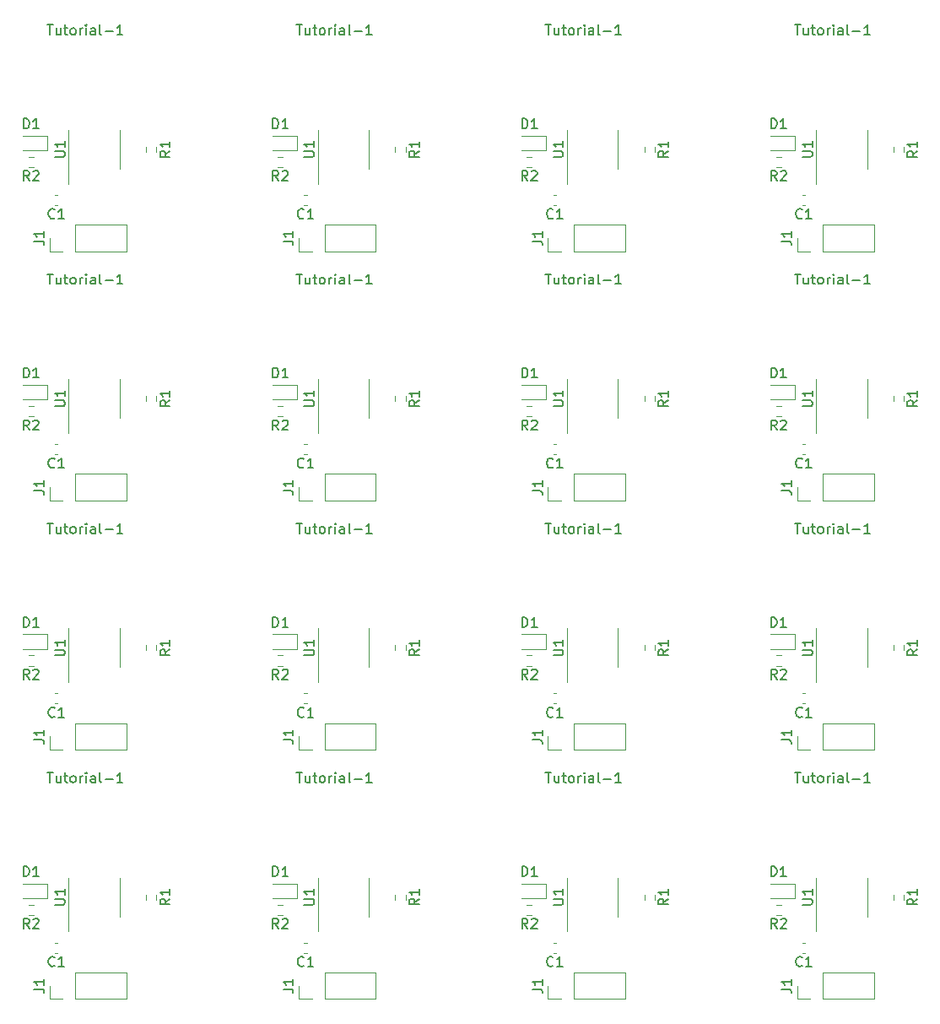
<source format=gbr>
G04 #@! TF.GenerationSoftware,KiCad,Pcbnew,(6.0.6)*
G04 #@! TF.CreationDate,2022-08-12T14:57:56+09:00*
G04 #@! TF.ProjectId,tutorial1-PNLZ,7475746f-7269-4616-9c31-2d504e4c5a2e,1*
G04 #@! TF.SameCoordinates,PX7bfa480PY7bfa480*
G04 #@! TF.FileFunction,Legend,Top*
G04 #@! TF.FilePolarity,Positive*
%FSLAX46Y46*%
G04 Gerber Fmt 4.6, Leading zero omitted, Abs format (unit mm)*
G04 Created by KiCad (PCBNEW (6.0.6)) date 2022-08-12 14:57:56*
%MOMM*%
%LPD*%
G01*
G04 APERTURE LIST*
%ADD10C,0.150000*%
%ADD11C,0.120000*%
G04 APERTURE END LIST*
D10*
X33612666Y-1084380D02*
X34184095Y-1084380D01*
X33898380Y-2084380D02*
X33898380Y-1084380D01*
X34946000Y-1417714D02*
X34946000Y-2084380D01*
X34517428Y-1417714D02*
X34517428Y-1941523D01*
X34565047Y-2036761D01*
X34660285Y-2084380D01*
X34803142Y-2084380D01*
X34898380Y-2036761D01*
X34946000Y-1989142D01*
X35279333Y-1417714D02*
X35660285Y-1417714D01*
X35422190Y-1084380D02*
X35422190Y-1941523D01*
X35469809Y-2036761D01*
X35565047Y-2084380D01*
X35660285Y-2084380D01*
X36136476Y-2084380D02*
X36041238Y-2036761D01*
X35993619Y-1989142D01*
X35946000Y-1893904D01*
X35946000Y-1608190D01*
X35993619Y-1512952D01*
X36041238Y-1465333D01*
X36136476Y-1417714D01*
X36279333Y-1417714D01*
X36374571Y-1465333D01*
X36422190Y-1512952D01*
X36469809Y-1608190D01*
X36469809Y-1893904D01*
X36422190Y-1989142D01*
X36374571Y-2036761D01*
X36279333Y-2084380D01*
X36136476Y-2084380D01*
X36898380Y-2084380D02*
X36898380Y-1417714D01*
X36898380Y-1608190D02*
X36946000Y-1512952D01*
X36993619Y-1465333D01*
X37088857Y-1417714D01*
X37184095Y-1417714D01*
X37517428Y-2084380D02*
X37517428Y-1417714D01*
X37517428Y-1084380D02*
X37469809Y-1132000D01*
X37517428Y-1179619D01*
X37565047Y-1132000D01*
X37517428Y-1084380D01*
X37517428Y-1179619D01*
X38422190Y-2084380D02*
X38422190Y-1560571D01*
X38374571Y-1465333D01*
X38279333Y-1417714D01*
X38088857Y-1417714D01*
X37993619Y-1465333D01*
X38422190Y-2036761D02*
X38326952Y-2084380D01*
X38088857Y-2084380D01*
X37993619Y-2036761D01*
X37946000Y-1941523D01*
X37946000Y-1846285D01*
X37993619Y-1751047D01*
X38088857Y-1703428D01*
X38326952Y-1703428D01*
X38422190Y-1655809D01*
X39041238Y-2084380D02*
X38946000Y-2036761D01*
X38898380Y-1941523D01*
X38898380Y-1084380D01*
X39422190Y-1703428D02*
X40184095Y-1703428D01*
X41184095Y-2084380D02*
X40612666Y-2084380D01*
X40898380Y-2084380D02*
X40898380Y-1084380D01*
X40803142Y-1227238D01*
X40707904Y-1322476D01*
X40612666Y-1370095D01*
X8612666Y-1084380D02*
X9184095Y-1084380D01*
X8898380Y-2084380D02*
X8898380Y-1084380D01*
X9946000Y-1417714D02*
X9946000Y-2084380D01*
X9517428Y-1417714D02*
X9517428Y-1941523D01*
X9565047Y-2036761D01*
X9660285Y-2084380D01*
X9803142Y-2084380D01*
X9898380Y-2036761D01*
X9946000Y-1989142D01*
X10279333Y-1417714D02*
X10660285Y-1417714D01*
X10422190Y-1084380D02*
X10422190Y-1941523D01*
X10469809Y-2036761D01*
X10565047Y-2084380D01*
X10660285Y-2084380D01*
X11136476Y-2084380D02*
X11041238Y-2036761D01*
X10993619Y-1989142D01*
X10946000Y-1893904D01*
X10946000Y-1608190D01*
X10993619Y-1512952D01*
X11041238Y-1465333D01*
X11136476Y-1417714D01*
X11279333Y-1417714D01*
X11374571Y-1465333D01*
X11422190Y-1512952D01*
X11469809Y-1608190D01*
X11469809Y-1893904D01*
X11422190Y-1989142D01*
X11374571Y-2036761D01*
X11279333Y-2084380D01*
X11136476Y-2084380D01*
X11898380Y-2084380D02*
X11898380Y-1417714D01*
X11898380Y-1608190D02*
X11946000Y-1512952D01*
X11993619Y-1465333D01*
X12088857Y-1417714D01*
X12184095Y-1417714D01*
X12517428Y-2084380D02*
X12517428Y-1417714D01*
X12517428Y-1084380D02*
X12469809Y-1132000D01*
X12517428Y-1179619D01*
X12565047Y-1132000D01*
X12517428Y-1084380D01*
X12517428Y-1179619D01*
X13422190Y-2084380D02*
X13422190Y-1560571D01*
X13374571Y-1465333D01*
X13279333Y-1417714D01*
X13088857Y-1417714D01*
X12993619Y-1465333D01*
X13422190Y-2036761D02*
X13326952Y-2084380D01*
X13088857Y-2084380D01*
X12993619Y-2036761D01*
X12946000Y-1941523D01*
X12946000Y-1846285D01*
X12993619Y-1751047D01*
X13088857Y-1703428D01*
X13326952Y-1703428D01*
X13422190Y-1655809D01*
X14041238Y-2084380D02*
X13946000Y-2036761D01*
X13898380Y-1941523D01*
X13898380Y-1084380D01*
X14422190Y-1703428D02*
X15184095Y-1703428D01*
X16184095Y-2084380D02*
X15612666Y-2084380D01*
X15898380Y-2084380D02*
X15898380Y-1084380D01*
X15803142Y-1227238D01*
X15707904Y-1322476D01*
X15612666Y-1370095D01*
X-16387334Y-1084380D02*
X-15815905Y-1084380D01*
X-16101620Y-2084380D02*
X-16101620Y-1084380D01*
X-15054000Y-1417714D02*
X-15054000Y-2084380D01*
X-15482572Y-1417714D02*
X-15482572Y-1941523D01*
X-15434953Y-2036761D01*
X-15339715Y-2084380D01*
X-15196858Y-2084380D01*
X-15101620Y-2036761D01*
X-15054000Y-1989142D01*
X-14720667Y-1417714D02*
X-14339715Y-1417714D01*
X-14577810Y-1084380D02*
X-14577810Y-1941523D01*
X-14530191Y-2036761D01*
X-14434953Y-2084380D01*
X-14339715Y-2084380D01*
X-13863524Y-2084380D02*
X-13958762Y-2036761D01*
X-14006381Y-1989142D01*
X-14054000Y-1893904D01*
X-14054000Y-1608190D01*
X-14006381Y-1512952D01*
X-13958762Y-1465333D01*
X-13863524Y-1417714D01*
X-13720667Y-1417714D01*
X-13625429Y-1465333D01*
X-13577810Y-1512952D01*
X-13530191Y-1608190D01*
X-13530191Y-1893904D01*
X-13577810Y-1989142D01*
X-13625429Y-2036761D01*
X-13720667Y-2084380D01*
X-13863524Y-2084380D01*
X-13101620Y-2084380D02*
X-13101620Y-1417714D01*
X-13101620Y-1608190D02*
X-13054000Y-1512952D01*
X-13006381Y-1465333D01*
X-12911143Y-1417714D01*
X-12815905Y-1417714D01*
X-12482572Y-2084380D02*
X-12482572Y-1417714D01*
X-12482572Y-1084380D02*
X-12530191Y-1132000D01*
X-12482572Y-1179619D01*
X-12434953Y-1132000D01*
X-12482572Y-1084380D01*
X-12482572Y-1179619D01*
X-11577810Y-2084380D02*
X-11577810Y-1560571D01*
X-11625429Y-1465333D01*
X-11720667Y-1417714D01*
X-11911143Y-1417714D01*
X-12006381Y-1465333D01*
X-11577810Y-2036761D02*
X-11673048Y-2084380D01*
X-11911143Y-2084380D01*
X-12006381Y-2036761D01*
X-12054000Y-1941523D01*
X-12054000Y-1846285D01*
X-12006381Y-1751047D01*
X-11911143Y-1703428D01*
X-11673048Y-1703428D01*
X-11577810Y-1655809D01*
X-10958762Y-2084380D02*
X-11054000Y-2036761D01*
X-11101620Y-1941523D01*
X-11101620Y-1084380D01*
X-10577810Y-1703428D02*
X-9815905Y-1703428D01*
X-8815905Y-2084380D02*
X-9387334Y-2084380D01*
X-9101620Y-2084380D02*
X-9101620Y-1084380D01*
X-9196858Y-1227238D01*
X-9292096Y-1322476D01*
X-9387334Y-1370095D01*
X-41387334Y-1084380D02*
X-40815905Y-1084380D01*
X-41101620Y-2084380D02*
X-41101620Y-1084380D01*
X-40054000Y-1417714D02*
X-40054000Y-2084380D01*
X-40482572Y-1417714D02*
X-40482572Y-1941523D01*
X-40434953Y-2036761D01*
X-40339715Y-2084380D01*
X-40196858Y-2084380D01*
X-40101620Y-2036761D01*
X-40054000Y-1989142D01*
X-39720667Y-1417714D02*
X-39339715Y-1417714D01*
X-39577810Y-1084380D02*
X-39577810Y-1941523D01*
X-39530191Y-2036761D01*
X-39434953Y-2084380D01*
X-39339715Y-2084380D01*
X-38863524Y-2084380D02*
X-38958762Y-2036761D01*
X-39006381Y-1989142D01*
X-39054000Y-1893904D01*
X-39054000Y-1608190D01*
X-39006381Y-1512952D01*
X-38958762Y-1465333D01*
X-38863524Y-1417714D01*
X-38720667Y-1417714D01*
X-38625429Y-1465333D01*
X-38577810Y-1512952D01*
X-38530191Y-1608190D01*
X-38530191Y-1893904D01*
X-38577810Y-1989142D01*
X-38625429Y-2036761D01*
X-38720667Y-2084380D01*
X-38863524Y-2084380D01*
X-38101620Y-2084380D02*
X-38101620Y-1417714D01*
X-38101620Y-1608190D02*
X-38054000Y-1512952D01*
X-38006381Y-1465333D01*
X-37911143Y-1417714D01*
X-37815905Y-1417714D01*
X-37482572Y-2084380D02*
X-37482572Y-1417714D01*
X-37482572Y-1084380D02*
X-37530191Y-1132000D01*
X-37482572Y-1179619D01*
X-37434953Y-1132000D01*
X-37482572Y-1084380D01*
X-37482572Y-1179619D01*
X-36577810Y-2084380D02*
X-36577810Y-1560571D01*
X-36625429Y-1465333D01*
X-36720667Y-1417714D01*
X-36911143Y-1417714D01*
X-37006381Y-1465333D01*
X-36577810Y-2036761D02*
X-36673048Y-2084380D01*
X-36911143Y-2084380D01*
X-37006381Y-2036761D01*
X-37054000Y-1941523D01*
X-37054000Y-1846285D01*
X-37006381Y-1751047D01*
X-36911143Y-1703428D01*
X-36673048Y-1703428D01*
X-36577810Y-1655809D01*
X-35958762Y-2084380D02*
X-36054000Y-2036761D01*
X-36101620Y-1941523D01*
X-36101620Y-1084380D01*
X-35577810Y-1703428D02*
X-34815905Y-1703428D01*
X-33815905Y-2084380D02*
X-34387334Y-2084380D01*
X-34101620Y-2084380D02*
X-34101620Y-1084380D01*
X-34196858Y-1227238D01*
X-34292096Y-1322476D01*
X-34387334Y-1370095D01*
X33612666Y23915620D02*
X34184095Y23915620D01*
X33898380Y22915620D02*
X33898380Y23915620D01*
X34946000Y23582286D02*
X34946000Y22915620D01*
X34517428Y23582286D02*
X34517428Y23058477D01*
X34565047Y22963239D01*
X34660285Y22915620D01*
X34803142Y22915620D01*
X34898380Y22963239D01*
X34946000Y23010858D01*
X35279333Y23582286D02*
X35660285Y23582286D01*
X35422190Y23915620D02*
X35422190Y23058477D01*
X35469809Y22963239D01*
X35565047Y22915620D01*
X35660285Y22915620D01*
X36136476Y22915620D02*
X36041238Y22963239D01*
X35993619Y23010858D01*
X35946000Y23106096D01*
X35946000Y23391810D01*
X35993619Y23487048D01*
X36041238Y23534667D01*
X36136476Y23582286D01*
X36279333Y23582286D01*
X36374571Y23534667D01*
X36422190Y23487048D01*
X36469809Y23391810D01*
X36469809Y23106096D01*
X36422190Y23010858D01*
X36374571Y22963239D01*
X36279333Y22915620D01*
X36136476Y22915620D01*
X36898380Y22915620D02*
X36898380Y23582286D01*
X36898380Y23391810D02*
X36946000Y23487048D01*
X36993619Y23534667D01*
X37088857Y23582286D01*
X37184095Y23582286D01*
X37517428Y22915620D02*
X37517428Y23582286D01*
X37517428Y23915620D02*
X37469809Y23868000D01*
X37517428Y23820381D01*
X37565047Y23868000D01*
X37517428Y23915620D01*
X37517428Y23820381D01*
X38422190Y22915620D02*
X38422190Y23439429D01*
X38374571Y23534667D01*
X38279333Y23582286D01*
X38088857Y23582286D01*
X37993619Y23534667D01*
X38422190Y22963239D02*
X38326952Y22915620D01*
X38088857Y22915620D01*
X37993619Y22963239D01*
X37946000Y23058477D01*
X37946000Y23153715D01*
X37993619Y23248953D01*
X38088857Y23296572D01*
X38326952Y23296572D01*
X38422190Y23344191D01*
X39041238Y22915620D02*
X38946000Y22963239D01*
X38898380Y23058477D01*
X38898380Y23915620D01*
X39422190Y23296572D02*
X40184095Y23296572D01*
X41184095Y22915620D02*
X40612666Y22915620D01*
X40898380Y22915620D02*
X40898380Y23915620D01*
X40803142Y23772762D01*
X40707904Y23677524D01*
X40612666Y23629905D01*
X8612666Y23915620D02*
X9184095Y23915620D01*
X8898380Y22915620D02*
X8898380Y23915620D01*
X9946000Y23582286D02*
X9946000Y22915620D01*
X9517428Y23582286D02*
X9517428Y23058477D01*
X9565047Y22963239D01*
X9660285Y22915620D01*
X9803142Y22915620D01*
X9898380Y22963239D01*
X9946000Y23010858D01*
X10279333Y23582286D02*
X10660285Y23582286D01*
X10422190Y23915620D02*
X10422190Y23058477D01*
X10469809Y22963239D01*
X10565047Y22915620D01*
X10660285Y22915620D01*
X11136476Y22915620D02*
X11041238Y22963239D01*
X10993619Y23010858D01*
X10946000Y23106096D01*
X10946000Y23391810D01*
X10993619Y23487048D01*
X11041238Y23534667D01*
X11136476Y23582286D01*
X11279333Y23582286D01*
X11374571Y23534667D01*
X11422190Y23487048D01*
X11469809Y23391810D01*
X11469809Y23106096D01*
X11422190Y23010858D01*
X11374571Y22963239D01*
X11279333Y22915620D01*
X11136476Y22915620D01*
X11898380Y22915620D02*
X11898380Y23582286D01*
X11898380Y23391810D02*
X11946000Y23487048D01*
X11993619Y23534667D01*
X12088857Y23582286D01*
X12184095Y23582286D01*
X12517428Y22915620D02*
X12517428Y23582286D01*
X12517428Y23915620D02*
X12469809Y23868000D01*
X12517428Y23820381D01*
X12565047Y23868000D01*
X12517428Y23915620D01*
X12517428Y23820381D01*
X13422190Y22915620D02*
X13422190Y23439429D01*
X13374571Y23534667D01*
X13279333Y23582286D01*
X13088857Y23582286D01*
X12993619Y23534667D01*
X13422190Y22963239D02*
X13326952Y22915620D01*
X13088857Y22915620D01*
X12993619Y22963239D01*
X12946000Y23058477D01*
X12946000Y23153715D01*
X12993619Y23248953D01*
X13088857Y23296572D01*
X13326952Y23296572D01*
X13422190Y23344191D01*
X14041238Y22915620D02*
X13946000Y22963239D01*
X13898380Y23058477D01*
X13898380Y23915620D01*
X14422190Y23296572D02*
X15184095Y23296572D01*
X16184095Y22915620D02*
X15612666Y22915620D01*
X15898380Y22915620D02*
X15898380Y23915620D01*
X15803142Y23772762D01*
X15707904Y23677524D01*
X15612666Y23629905D01*
X-16387334Y23915620D02*
X-15815905Y23915620D01*
X-16101620Y22915620D02*
X-16101620Y23915620D01*
X-15054000Y23582286D02*
X-15054000Y22915620D01*
X-15482572Y23582286D02*
X-15482572Y23058477D01*
X-15434953Y22963239D01*
X-15339715Y22915620D01*
X-15196858Y22915620D01*
X-15101620Y22963239D01*
X-15054000Y23010858D01*
X-14720667Y23582286D02*
X-14339715Y23582286D01*
X-14577810Y23915620D02*
X-14577810Y23058477D01*
X-14530191Y22963239D01*
X-14434953Y22915620D01*
X-14339715Y22915620D01*
X-13863524Y22915620D02*
X-13958762Y22963239D01*
X-14006381Y23010858D01*
X-14054000Y23106096D01*
X-14054000Y23391810D01*
X-14006381Y23487048D01*
X-13958762Y23534667D01*
X-13863524Y23582286D01*
X-13720667Y23582286D01*
X-13625429Y23534667D01*
X-13577810Y23487048D01*
X-13530191Y23391810D01*
X-13530191Y23106096D01*
X-13577810Y23010858D01*
X-13625429Y22963239D01*
X-13720667Y22915620D01*
X-13863524Y22915620D01*
X-13101620Y22915620D02*
X-13101620Y23582286D01*
X-13101620Y23391810D02*
X-13054000Y23487048D01*
X-13006381Y23534667D01*
X-12911143Y23582286D01*
X-12815905Y23582286D01*
X-12482572Y22915620D02*
X-12482572Y23582286D01*
X-12482572Y23915620D02*
X-12530191Y23868000D01*
X-12482572Y23820381D01*
X-12434953Y23868000D01*
X-12482572Y23915620D01*
X-12482572Y23820381D01*
X-11577810Y22915620D02*
X-11577810Y23439429D01*
X-11625429Y23534667D01*
X-11720667Y23582286D01*
X-11911143Y23582286D01*
X-12006381Y23534667D01*
X-11577810Y22963239D02*
X-11673048Y22915620D01*
X-11911143Y22915620D01*
X-12006381Y22963239D01*
X-12054000Y23058477D01*
X-12054000Y23153715D01*
X-12006381Y23248953D01*
X-11911143Y23296572D01*
X-11673048Y23296572D01*
X-11577810Y23344191D01*
X-10958762Y22915620D02*
X-11054000Y22963239D01*
X-11101620Y23058477D01*
X-11101620Y23915620D01*
X-10577810Y23296572D02*
X-9815905Y23296572D01*
X-8815905Y22915620D02*
X-9387334Y22915620D01*
X-9101620Y22915620D02*
X-9101620Y23915620D01*
X-9196858Y23772762D01*
X-9292096Y23677524D01*
X-9387334Y23629905D01*
X-41387334Y23915620D02*
X-40815905Y23915620D01*
X-41101620Y22915620D02*
X-41101620Y23915620D01*
X-40054000Y23582286D02*
X-40054000Y22915620D01*
X-40482572Y23582286D02*
X-40482572Y23058477D01*
X-40434953Y22963239D01*
X-40339715Y22915620D01*
X-40196858Y22915620D01*
X-40101620Y22963239D01*
X-40054000Y23010858D01*
X-39720667Y23582286D02*
X-39339715Y23582286D01*
X-39577810Y23915620D02*
X-39577810Y23058477D01*
X-39530191Y22963239D01*
X-39434953Y22915620D01*
X-39339715Y22915620D01*
X-38863524Y22915620D02*
X-38958762Y22963239D01*
X-39006381Y23010858D01*
X-39054000Y23106096D01*
X-39054000Y23391810D01*
X-39006381Y23487048D01*
X-38958762Y23534667D01*
X-38863524Y23582286D01*
X-38720667Y23582286D01*
X-38625429Y23534667D01*
X-38577810Y23487048D01*
X-38530191Y23391810D01*
X-38530191Y23106096D01*
X-38577810Y23010858D01*
X-38625429Y22963239D01*
X-38720667Y22915620D01*
X-38863524Y22915620D01*
X-38101620Y22915620D02*
X-38101620Y23582286D01*
X-38101620Y23391810D02*
X-38054000Y23487048D01*
X-38006381Y23534667D01*
X-37911143Y23582286D01*
X-37815905Y23582286D01*
X-37482572Y22915620D02*
X-37482572Y23582286D01*
X-37482572Y23915620D02*
X-37530191Y23868000D01*
X-37482572Y23820381D01*
X-37434953Y23868000D01*
X-37482572Y23915620D01*
X-37482572Y23820381D01*
X-36577810Y22915620D02*
X-36577810Y23439429D01*
X-36625429Y23534667D01*
X-36720667Y23582286D01*
X-36911143Y23582286D01*
X-37006381Y23534667D01*
X-36577810Y22963239D02*
X-36673048Y22915620D01*
X-36911143Y22915620D01*
X-37006381Y22963239D01*
X-37054000Y23058477D01*
X-37054000Y23153715D01*
X-37006381Y23248953D01*
X-36911143Y23296572D01*
X-36673048Y23296572D01*
X-36577810Y23344191D01*
X-35958762Y22915620D02*
X-36054000Y22963239D01*
X-36101620Y23058477D01*
X-36101620Y23915620D01*
X-35577810Y23296572D02*
X-34815905Y23296572D01*
X-33815905Y22915620D02*
X-34387334Y22915620D01*
X-34101620Y22915620D02*
X-34101620Y23915620D01*
X-34196858Y23772762D01*
X-34292096Y23677524D01*
X-34387334Y23629905D01*
X33612666Y48915620D02*
X34184095Y48915620D01*
X33898380Y47915620D02*
X33898380Y48915620D01*
X34946000Y48582286D02*
X34946000Y47915620D01*
X34517428Y48582286D02*
X34517428Y48058477D01*
X34565047Y47963239D01*
X34660285Y47915620D01*
X34803142Y47915620D01*
X34898380Y47963239D01*
X34946000Y48010858D01*
X35279333Y48582286D02*
X35660285Y48582286D01*
X35422190Y48915620D02*
X35422190Y48058477D01*
X35469809Y47963239D01*
X35565047Y47915620D01*
X35660285Y47915620D01*
X36136476Y47915620D02*
X36041238Y47963239D01*
X35993619Y48010858D01*
X35946000Y48106096D01*
X35946000Y48391810D01*
X35993619Y48487048D01*
X36041238Y48534667D01*
X36136476Y48582286D01*
X36279333Y48582286D01*
X36374571Y48534667D01*
X36422190Y48487048D01*
X36469809Y48391810D01*
X36469809Y48106096D01*
X36422190Y48010858D01*
X36374571Y47963239D01*
X36279333Y47915620D01*
X36136476Y47915620D01*
X36898380Y47915620D02*
X36898380Y48582286D01*
X36898380Y48391810D02*
X36946000Y48487048D01*
X36993619Y48534667D01*
X37088857Y48582286D01*
X37184095Y48582286D01*
X37517428Y47915620D02*
X37517428Y48582286D01*
X37517428Y48915620D02*
X37469809Y48868000D01*
X37517428Y48820381D01*
X37565047Y48868000D01*
X37517428Y48915620D01*
X37517428Y48820381D01*
X38422190Y47915620D02*
X38422190Y48439429D01*
X38374571Y48534667D01*
X38279333Y48582286D01*
X38088857Y48582286D01*
X37993619Y48534667D01*
X38422190Y47963239D02*
X38326952Y47915620D01*
X38088857Y47915620D01*
X37993619Y47963239D01*
X37946000Y48058477D01*
X37946000Y48153715D01*
X37993619Y48248953D01*
X38088857Y48296572D01*
X38326952Y48296572D01*
X38422190Y48344191D01*
X39041238Y47915620D02*
X38946000Y47963239D01*
X38898380Y48058477D01*
X38898380Y48915620D01*
X39422190Y48296572D02*
X40184095Y48296572D01*
X41184095Y47915620D02*
X40612666Y47915620D01*
X40898380Y47915620D02*
X40898380Y48915620D01*
X40803142Y48772762D01*
X40707904Y48677524D01*
X40612666Y48629905D01*
X8612666Y48915620D02*
X9184095Y48915620D01*
X8898380Y47915620D02*
X8898380Y48915620D01*
X9946000Y48582286D02*
X9946000Y47915620D01*
X9517428Y48582286D02*
X9517428Y48058477D01*
X9565047Y47963239D01*
X9660285Y47915620D01*
X9803142Y47915620D01*
X9898380Y47963239D01*
X9946000Y48010858D01*
X10279333Y48582286D02*
X10660285Y48582286D01*
X10422190Y48915620D02*
X10422190Y48058477D01*
X10469809Y47963239D01*
X10565047Y47915620D01*
X10660285Y47915620D01*
X11136476Y47915620D02*
X11041238Y47963239D01*
X10993619Y48010858D01*
X10946000Y48106096D01*
X10946000Y48391810D01*
X10993619Y48487048D01*
X11041238Y48534667D01*
X11136476Y48582286D01*
X11279333Y48582286D01*
X11374571Y48534667D01*
X11422190Y48487048D01*
X11469809Y48391810D01*
X11469809Y48106096D01*
X11422190Y48010858D01*
X11374571Y47963239D01*
X11279333Y47915620D01*
X11136476Y47915620D01*
X11898380Y47915620D02*
X11898380Y48582286D01*
X11898380Y48391810D02*
X11946000Y48487048D01*
X11993619Y48534667D01*
X12088857Y48582286D01*
X12184095Y48582286D01*
X12517428Y47915620D02*
X12517428Y48582286D01*
X12517428Y48915620D02*
X12469809Y48868000D01*
X12517428Y48820381D01*
X12565047Y48868000D01*
X12517428Y48915620D01*
X12517428Y48820381D01*
X13422190Y47915620D02*
X13422190Y48439429D01*
X13374571Y48534667D01*
X13279333Y48582286D01*
X13088857Y48582286D01*
X12993619Y48534667D01*
X13422190Y47963239D02*
X13326952Y47915620D01*
X13088857Y47915620D01*
X12993619Y47963239D01*
X12946000Y48058477D01*
X12946000Y48153715D01*
X12993619Y48248953D01*
X13088857Y48296572D01*
X13326952Y48296572D01*
X13422190Y48344191D01*
X14041238Y47915620D02*
X13946000Y47963239D01*
X13898380Y48058477D01*
X13898380Y48915620D01*
X14422190Y48296572D02*
X15184095Y48296572D01*
X16184095Y47915620D02*
X15612666Y47915620D01*
X15898380Y47915620D02*
X15898380Y48915620D01*
X15803142Y48772762D01*
X15707904Y48677524D01*
X15612666Y48629905D01*
X-16387334Y48915620D02*
X-15815905Y48915620D01*
X-16101620Y47915620D02*
X-16101620Y48915620D01*
X-15054000Y48582286D02*
X-15054000Y47915620D01*
X-15482572Y48582286D02*
X-15482572Y48058477D01*
X-15434953Y47963239D01*
X-15339715Y47915620D01*
X-15196858Y47915620D01*
X-15101620Y47963239D01*
X-15054000Y48010858D01*
X-14720667Y48582286D02*
X-14339715Y48582286D01*
X-14577810Y48915620D02*
X-14577810Y48058477D01*
X-14530191Y47963239D01*
X-14434953Y47915620D01*
X-14339715Y47915620D01*
X-13863524Y47915620D02*
X-13958762Y47963239D01*
X-14006381Y48010858D01*
X-14054000Y48106096D01*
X-14054000Y48391810D01*
X-14006381Y48487048D01*
X-13958762Y48534667D01*
X-13863524Y48582286D01*
X-13720667Y48582286D01*
X-13625429Y48534667D01*
X-13577810Y48487048D01*
X-13530191Y48391810D01*
X-13530191Y48106096D01*
X-13577810Y48010858D01*
X-13625429Y47963239D01*
X-13720667Y47915620D01*
X-13863524Y47915620D01*
X-13101620Y47915620D02*
X-13101620Y48582286D01*
X-13101620Y48391810D02*
X-13054000Y48487048D01*
X-13006381Y48534667D01*
X-12911143Y48582286D01*
X-12815905Y48582286D01*
X-12482572Y47915620D02*
X-12482572Y48582286D01*
X-12482572Y48915620D02*
X-12530191Y48868000D01*
X-12482572Y48820381D01*
X-12434953Y48868000D01*
X-12482572Y48915620D01*
X-12482572Y48820381D01*
X-11577810Y47915620D02*
X-11577810Y48439429D01*
X-11625429Y48534667D01*
X-11720667Y48582286D01*
X-11911143Y48582286D01*
X-12006381Y48534667D01*
X-11577810Y47963239D02*
X-11673048Y47915620D01*
X-11911143Y47915620D01*
X-12006381Y47963239D01*
X-12054000Y48058477D01*
X-12054000Y48153715D01*
X-12006381Y48248953D01*
X-11911143Y48296572D01*
X-11673048Y48296572D01*
X-11577810Y48344191D01*
X-10958762Y47915620D02*
X-11054000Y47963239D01*
X-11101620Y48058477D01*
X-11101620Y48915620D01*
X-10577810Y48296572D02*
X-9815905Y48296572D01*
X-8815905Y47915620D02*
X-9387334Y47915620D01*
X-9101620Y47915620D02*
X-9101620Y48915620D01*
X-9196858Y48772762D01*
X-9292096Y48677524D01*
X-9387334Y48629905D01*
X-41387334Y48915620D02*
X-40815905Y48915620D01*
X-41101620Y47915620D02*
X-41101620Y48915620D01*
X-40054000Y48582286D02*
X-40054000Y47915620D01*
X-40482572Y48582286D02*
X-40482572Y48058477D01*
X-40434953Y47963239D01*
X-40339715Y47915620D01*
X-40196858Y47915620D01*
X-40101620Y47963239D01*
X-40054000Y48010858D01*
X-39720667Y48582286D02*
X-39339715Y48582286D01*
X-39577810Y48915620D02*
X-39577810Y48058477D01*
X-39530191Y47963239D01*
X-39434953Y47915620D01*
X-39339715Y47915620D01*
X-38863524Y47915620D02*
X-38958762Y47963239D01*
X-39006381Y48010858D01*
X-39054000Y48106096D01*
X-39054000Y48391810D01*
X-39006381Y48487048D01*
X-38958762Y48534667D01*
X-38863524Y48582286D01*
X-38720667Y48582286D01*
X-38625429Y48534667D01*
X-38577810Y48487048D01*
X-38530191Y48391810D01*
X-38530191Y48106096D01*
X-38577810Y48010858D01*
X-38625429Y47963239D01*
X-38720667Y47915620D01*
X-38863524Y47915620D01*
X-38101620Y47915620D02*
X-38101620Y48582286D01*
X-38101620Y48391810D02*
X-38054000Y48487048D01*
X-38006381Y48534667D01*
X-37911143Y48582286D01*
X-37815905Y48582286D01*
X-37482572Y47915620D02*
X-37482572Y48582286D01*
X-37482572Y48915620D02*
X-37530191Y48868000D01*
X-37482572Y48820381D01*
X-37434953Y48868000D01*
X-37482572Y48915620D01*
X-37482572Y48820381D01*
X-36577810Y47915620D02*
X-36577810Y48439429D01*
X-36625429Y48534667D01*
X-36720667Y48582286D01*
X-36911143Y48582286D01*
X-37006381Y48534667D01*
X-36577810Y47963239D02*
X-36673048Y47915620D01*
X-36911143Y47915620D01*
X-37006381Y47963239D01*
X-37054000Y48058477D01*
X-37054000Y48153715D01*
X-37006381Y48248953D01*
X-36911143Y48296572D01*
X-36673048Y48296572D01*
X-36577810Y48344191D01*
X-35958762Y47915620D02*
X-36054000Y47963239D01*
X-36101620Y48058477D01*
X-36101620Y48915620D01*
X-35577810Y48296572D02*
X-34815905Y48296572D01*
X-33815905Y47915620D02*
X-34387334Y47915620D01*
X-34101620Y47915620D02*
X-34101620Y48915620D01*
X-34196858Y48772762D01*
X-34292096Y48677524D01*
X-34387334Y48629905D01*
X33612666Y73915620D02*
X34184095Y73915620D01*
X33898380Y72915620D02*
X33898380Y73915620D01*
X34946000Y73582286D02*
X34946000Y72915620D01*
X34517428Y73582286D02*
X34517428Y73058477D01*
X34565047Y72963239D01*
X34660285Y72915620D01*
X34803142Y72915620D01*
X34898380Y72963239D01*
X34946000Y73010858D01*
X35279333Y73582286D02*
X35660285Y73582286D01*
X35422190Y73915620D02*
X35422190Y73058477D01*
X35469809Y72963239D01*
X35565047Y72915620D01*
X35660285Y72915620D01*
X36136476Y72915620D02*
X36041238Y72963239D01*
X35993619Y73010858D01*
X35946000Y73106096D01*
X35946000Y73391810D01*
X35993619Y73487048D01*
X36041238Y73534667D01*
X36136476Y73582286D01*
X36279333Y73582286D01*
X36374571Y73534667D01*
X36422190Y73487048D01*
X36469809Y73391810D01*
X36469809Y73106096D01*
X36422190Y73010858D01*
X36374571Y72963239D01*
X36279333Y72915620D01*
X36136476Y72915620D01*
X36898380Y72915620D02*
X36898380Y73582286D01*
X36898380Y73391810D02*
X36946000Y73487048D01*
X36993619Y73534667D01*
X37088857Y73582286D01*
X37184095Y73582286D01*
X37517428Y72915620D02*
X37517428Y73582286D01*
X37517428Y73915620D02*
X37469809Y73868000D01*
X37517428Y73820381D01*
X37565047Y73868000D01*
X37517428Y73915620D01*
X37517428Y73820381D01*
X38422190Y72915620D02*
X38422190Y73439429D01*
X38374571Y73534667D01*
X38279333Y73582286D01*
X38088857Y73582286D01*
X37993619Y73534667D01*
X38422190Y72963239D02*
X38326952Y72915620D01*
X38088857Y72915620D01*
X37993619Y72963239D01*
X37946000Y73058477D01*
X37946000Y73153715D01*
X37993619Y73248953D01*
X38088857Y73296572D01*
X38326952Y73296572D01*
X38422190Y73344191D01*
X39041238Y72915620D02*
X38946000Y72963239D01*
X38898380Y73058477D01*
X38898380Y73915620D01*
X39422190Y73296572D02*
X40184095Y73296572D01*
X41184095Y72915620D02*
X40612666Y72915620D01*
X40898380Y72915620D02*
X40898380Y73915620D01*
X40803142Y73772762D01*
X40707904Y73677524D01*
X40612666Y73629905D01*
X8612666Y73915620D02*
X9184095Y73915620D01*
X8898380Y72915620D02*
X8898380Y73915620D01*
X9946000Y73582286D02*
X9946000Y72915620D01*
X9517428Y73582286D02*
X9517428Y73058477D01*
X9565047Y72963239D01*
X9660285Y72915620D01*
X9803142Y72915620D01*
X9898380Y72963239D01*
X9946000Y73010858D01*
X10279333Y73582286D02*
X10660285Y73582286D01*
X10422190Y73915620D02*
X10422190Y73058477D01*
X10469809Y72963239D01*
X10565047Y72915620D01*
X10660285Y72915620D01*
X11136476Y72915620D02*
X11041238Y72963239D01*
X10993619Y73010858D01*
X10946000Y73106096D01*
X10946000Y73391810D01*
X10993619Y73487048D01*
X11041238Y73534667D01*
X11136476Y73582286D01*
X11279333Y73582286D01*
X11374571Y73534667D01*
X11422190Y73487048D01*
X11469809Y73391810D01*
X11469809Y73106096D01*
X11422190Y73010858D01*
X11374571Y72963239D01*
X11279333Y72915620D01*
X11136476Y72915620D01*
X11898380Y72915620D02*
X11898380Y73582286D01*
X11898380Y73391810D02*
X11946000Y73487048D01*
X11993619Y73534667D01*
X12088857Y73582286D01*
X12184095Y73582286D01*
X12517428Y72915620D02*
X12517428Y73582286D01*
X12517428Y73915620D02*
X12469809Y73868000D01*
X12517428Y73820381D01*
X12565047Y73868000D01*
X12517428Y73915620D01*
X12517428Y73820381D01*
X13422190Y72915620D02*
X13422190Y73439429D01*
X13374571Y73534667D01*
X13279333Y73582286D01*
X13088857Y73582286D01*
X12993619Y73534667D01*
X13422190Y72963239D02*
X13326952Y72915620D01*
X13088857Y72915620D01*
X12993619Y72963239D01*
X12946000Y73058477D01*
X12946000Y73153715D01*
X12993619Y73248953D01*
X13088857Y73296572D01*
X13326952Y73296572D01*
X13422190Y73344191D01*
X14041238Y72915620D02*
X13946000Y72963239D01*
X13898380Y73058477D01*
X13898380Y73915620D01*
X14422190Y73296572D02*
X15184095Y73296572D01*
X16184095Y72915620D02*
X15612666Y72915620D01*
X15898380Y72915620D02*
X15898380Y73915620D01*
X15803142Y73772762D01*
X15707904Y73677524D01*
X15612666Y73629905D01*
X-16387334Y73915620D02*
X-15815905Y73915620D01*
X-16101620Y72915620D02*
X-16101620Y73915620D01*
X-15054000Y73582286D02*
X-15054000Y72915620D01*
X-15482572Y73582286D02*
X-15482572Y73058477D01*
X-15434953Y72963239D01*
X-15339715Y72915620D01*
X-15196858Y72915620D01*
X-15101620Y72963239D01*
X-15054000Y73010858D01*
X-14720667Y73582286D02*
X-14339715Y73582286D01*
X-14577810Y73915620D02*
X-14577810Y73058477D01*
X-14530191Y72963239D01*
X-14434953Y72915620D01*
X-14339715Y72915620D01*
X-13863524Y72915620D02*
X-13958762Y72963239D01*
X-14006381Y73010858D01*
X-14054000Y73106096D01*
X-14054000Y73391810D01*
X-14006381Y73487048D01*
X-13958762Y73534667D01*
X-13863524Y73582286D01*
X-13720667Y73582286D01*
X-13625429Y73534667D01*
X-13577810Y73487048D01*
X-13530191Y73391810D01*
X-13530191Y73106096D01*
X-13577810Y73010858D01*
X-13625429Y72963239D01*
X-13720667Y72915620D01*
X-13863524Y72915620D01*
X-13101620Y72915620D02*
X-13101620Y73582286D01*
X-13101620Y73391810D02*
X-13054000Y73487048D01*
X-13006381Y73534667D01*
X-12911143Y73582286D01*
X-12815905Y73582286D01*
X-12482572Y72915620D02*
X-12482572Y73582286D01*
X-12482572Y73915620D02*
X-12530191Y73868000D01*
X-12482572Y73820381D01*
X-12434953Y73868000D01*
X-12482572Y73915620D01*
X-12482572Y73820381D01*
X-11577810Y72915620D02*
X-11577810Y73439429D01*
X-11625429Y73534667D01*
X-11720667Y73582286D01*
X-11911143Y73582286D01*
X-12006381Y73534667D01*
X-11577810Y72963239D02*
X-11673048Y72915620D01*
X-11911143Y72915620D01*
X-12006381Y72963239D01*
X-12054000Y73058477D01*
X-12054000Y73153715D01*
X-12006381Y73248953D01*
X-11911143Y73296572D01*
X-11673048Y73296572D01*
X-11577810Y73344191D01*
X-10958762Y72915620D02*
X-11054000Y72963239D01*
X-11101620Y73058477D01*
X-11101620Y73915620D01*
X-10577810Y73296572D02*
X-9815905Y73296572D01*
X-8815905Y72915620D02*
X-9387334Y72915620D01*
X-9101620Y72915620D02*
X-9101620Y73915620D01*
X-9196858Y73772762D01*
X-9292096Y73677524D01*
X-9387334Y73629905D01*
X-41387334Y73915620D02*
X-40815905Y73915620D01*
X-41101620Y72915620D02*
X-41101620Y73915620D01*
X-40054000Y73582286D02*
X-40054000Y72915620D01*
X-40482572Y73582286D02*
X-40482572Y73058477D01*
X-40434953Y72963239D01*
X-40339715Y72915620D01*
X-40196858Y72915620D01*
X-40101620Y72963239D01*
X-40054000Y73010858D01*
X-39720667Y73582286D02*
X-39339715Y73582286D01*
X-39577810Y73915620D02*
X-39577810Y73058477D01*
X-39530191Y72963239D01*
X-39434953Y72915620D01*
X-39339715Y72915620D01*
X-38863524Y72915620D02*
X-38958762Y72963239D01*
X-39006381Y73010858D01*
X-39054000Y73106096D01*
X-39054000Y73391810D01*
X-39006381Y73487048D01*
X-38958762Y73534667D01*
X-38863524Y73582286D01*
X-38720667Y73582286D01*
X-38625429Y73534667D01*
X-38577810Y73487048D01*
X-38530191Y73391810D01*
X-38530191Y73106096D01*
X-38577810Y73010858D01*
X-38625429Y72963239D01*
X-38720667Y72915620D01*
X-38863524Y72915620D01*
X-38101620Y72915620D02*
X-38101620Y73582286D01*
X-38101620Y73391810D02*
X-38054000Y73487048D01*
X-38006381Y73534667D01*
X-37911143Y73582286D01*
X-37815905Y73582286D01*
X-37482572Y72915620D02*
X-37482572Y73582286D01*
X-37482572Y73915620D02*
X-37530191Y73868000D01*
X-37482572Y73820381D01*
X-37434953Y73868000D01*
X-37482572Y73915620D01*
X-37482572Y73820381D01*
X-36577810Y72915620D02*
X-36577810Y73439429D01*
X-36625429Y73534667D01*
X-36720667Y73582286D01*
X-36911143Y73582286D01*
X-37006381Y73534667D01*
X-36577810Y72963239D02*
X-36673048Y72915620D01*
X-36911143Y72915620D01*
X-37006381Y72963239D01*
X-37054000Y73058477D01*
X-37054000Y73153715D01*
X-37006381Y73248953D01*
X-36911143Y73296572D01*
X-36673048Y73296572D01*
X-36577810Y73344191D01*
X-35958762Y72915620D02*
X-36054000Y72963239D01*
X-36101620Y73058477D01*
X-36101620Y73915620D01*
X-35577810Y73296572D02*
X-34815905Y73296572D01*
X-33815905Y72915620D02*
X-34387334Y72915620D01*
X-34101620Y72915620D02*
X-34101620Y73915620D01*
X-34196858Y73772762D01*
X-34292096Y73677524D01*
X-34387334Y73629905D01*
X34358333Y-20437142D02*
X34310714Y-20484761D01*
X34167857Y-20532380D01*
X34072619Y-20532380D01*
X33929761Y-20484761D01*
X33834523Y-20389523D01*
X33786904Y-20294285D01*
X33739285Y-20103809D01*
X33739285Y-19960952D01*
X33786904Y-19770476D01*
X33834523Y-19675238D01*
X33929761Y-19580000D01*
X34072619Y-19532380D01*
X34167857Y-19532380D01*
X34310714Y-19580000D01*
X34358333Y-19627619D01*
X35310714Y-20532380D02*
X34739285Y-20532380D01*
X35025000Y-20532380D02*
X35025000Y-19532380D01*
X34929761Y-19675238D01*
X34834523Y-19770476D01*
X34739285Y-19818095D01*
X31818333Y-16722380D02*
X31485000Y-16246190D01*
X31246904Y-16722380D02*
X31246904Y-15722380D01*
X31627857Y-15722380D01*
X31723095Y-15770000D01*
X31770714Y-15817619D01*
X31818333Y-15912857D01*
X31818333Y-16055714D01*
X31770714Y-16150952D01*
X31723095Y-16198571D01*
X31627857Y-16246190D01*
X31246904Y-16246190D01*
X32199285Y-15817619D02*
X32246904Y-15770000D01*
X32342142Y-15722380D01*
X32580238Y-15722380D01*
X32675476Y-15770000D01*
X32723095Y-15817619D01*
X32770714Y-15912857D01*
X32770714Y-16008095D01*
X32723095Y-16150952D01*
X32151666Y-16722380D01*
X32770714Y-16722380D01*
X31246904Y-11482380D02*
X31246904Y-10482380D01*
X31485000Y-10482380D01*
X31627857Y-10530000D01*
X31723095Y-10625238D01*
X31770714Y-10720476D01*
X31818333Y-10910952D01*
X31818333Y-11053809D01*
X31770714Y-11244285D01*
X31723095Y-11339523D01*
X31627857Y-11434761D01*
X31485000Y-11482380D01*
X31246904Y-11482380D01*
X32770714Y-11482380D02*
X32199285Y-11482380D01*
X32485000Y-11482380D02*
X32485000Y-10482380D01*
X32389761Y-10625238D01*
X32294523Y-10720476D01*
X32199285Y-10768095D01*
X34387380Y-14331904D02*
X35196904Y-14331904D01*
X35292142Y-14284285D01*
X35339761Y-14236666D01*
X35387380Y-14141428D01*
X35387380Y-13950952D01*
X35339761Y-13855714D01*
X35292142Y-13808095D01*
X35196904Y-13760476D01*
X34387380Y-13760476D01*
X35387380Y-12760476D02*
X35387380Y-13331904D01*
X35387380Y-13046190D02*
X34387380Y-13046190D01*
X34530238Y-13141428D01*
X34625476Y-13236666D01*
X34673095Y-13331904D01*
X45932380Y-13736666D02*
X45456190Y-14070000D01*
X45932380Y-14308095D02*
X44932380Y-14308095D01*
X44932380Y-13927142D01*
X44980000Y-13831904D01*
X45027619Y-13784285D01*
X45122857Y-13736666D01*
X45265714Y-13736666D01*
X45360952Y-13784285D01*
X45408571Y-13831904D01*
X45456190Y-13927142D01*
X45456190Y-14308095D01*
X45932380Y-12784285D02*
X45932380Y-13355714D01*
X45932380Y-13070000D02*
X44932380Y-13070000D01*
X45075238Y-13165238D01*
X45170476Y-13260476D01*
X45218095Y-13355714D01*
X32297380Y-22793333D02*
X33011666Y-22793333D01*
X33154523Y-22840952D01*
X33249761Y-22936190D01*
X33297380Y-23079047D01*
X33297380Y-23174285D01*
X33297380Y-21793333D02*
X33297380Y-22364761D01*
X33297380Y-22079047D02*
X32297380Y-22079047D01*
X32440238Y-22174285D01*
X32535476Y-22269523D01*
X32583095Y-22364761D01*
X9358333Y-20437142D02*
X9310714Y-20484761D01*
X9167857Y-20532380D01*
X9072619Y-20532380D01*
X8929761Y-20484761D01*
X8834523Y-20389523D01*
X8786904Y-20294285D01*
X8739285Y-20103809D01*
X8739285Y-19960952D01*
X8786904Y-19770476D01*
X8834523Y-19675238D01*
X8929761Y-19580000D01*
X9072619Y-19532380D01*
X9167857Y-19532380D01*
X9310714Y-19580000D01*
X9358333Y-19627619D01*
X10310714Y-20532380D02*
X9739285Y-20532380D01*
X10025000Y-20532380D02*
X10025000Y-19532380D01*
X9929761Y-19675238D01*
X9834523Y-19770476D01*
X9739285Y-19818095D01*
X6818333Y-16722380D02*
X6485000Y-16246190D01*
X6246904Y-16722380D02*
X6246904Y-15722380D01*
X6627857Y-15722380D01*
X6723095Y-15770000D01*
X6770714Y-15817619D01*
X6818333Y-15912857D01*
X6818333Y-16055714D01*
X6770714Y-16150952D01*
X6723095Y-16198571D01*
X6627857Y-16246190D01*
X6246904Y-16246190D01*
X7199285Y-15817619D02*
X7246904Y-15770000D01*
X7342142Y-15722380D01*
X7580238Y-15722380D01*
X7675476Y-15770000D01*
X7723095Y-15817619D01*
X7770714Y-15912857D01*
X7770714Y-16008095D01*
X7723095Y-16150952D01*
X7151666Y-16722380D01*
X7770714Y-16722380D01*
X6246904Y-11482380D02*
X6246904Y-10482380D01*
X6485000Y-10482380D01*
X6627857Y-10530000D01*
X6723095Y-10625238D01*
X6770714Y-10720476D01*
X6818333Y-10910952D01*
X6818333Y-11053809D01*
X6770714Y-11244285D01*
X6723095Y-11339523D01*
X6627857Y-11434761D01*
X6485000Y-11482380D01*
X6246904Y-11482380D01*
X7770714Y-11482380D02*
X7199285Y-11482380D01*
X7485000Y-11482380D02*
X7485000Y-10482380D01*
X7389761Y-10625238D01*
X7294523Y-10720476D01*
X7199285Y-10768095D01*
X9387380Y-14331904D02*
X10196904Y-14331904D01*
X10292142Y-14284285D01*
X10339761Y-14236666D01*
X10387380Y-14141428D01*
X10387380Y-13950952D01*
X10339761Y-13855714D01*
X10292142Y-13808095D01*
X10196904Y-13760476D01*
X9387380Y-13760476D01*
X10387380Y-12760476D02*
X10387380Y-13331904D01*
X10387380Y-13046190D02*
X9387380Y-13046190D01*
X9530238Y-13141428D01*
X9625476Y-13236666D01*
X9673095Y-13331904D01*
X20932380Y-13736666D02*
X20456190Y-14070000D01*
X20932380Y-14308095D02*
X19932380Y-14308095D01*
X19932380Y-13927142D01*
X19980000Y-13831904D01*
X20027619Y-13784285D01*
X20122857Y-13736666D01*
X20265714Y-13736666D01*
X20360952Y-13784285D01*
X20408571Y-13831904D01*
X20456190Y-13927142D01*
X20456190Y-14308095D01*
X20932380Y-12784285D02*
X20932380Y-13355714D01*
X20932380Y-13070000D02*
X19932380Y-13070000D01*
X20075238Y-13165238D01*
X20170476Y-13260476D01*
X20218095Y-13355714D01*
X7297380Y-22793333D02*
X8011666Y-22793333D01*
X8154523Y-22840952D01*
X8249761Y-22936190D01*
X8297380Y-23079047D01*
X8297380Y-23174285D01*
X8297380Y-21793333D02*
X8297380Y-22364761D01*
X8297380Y-22079047D02*
X7297380Y-22079047D01*
X7440238Y-22174285D01*
X7535476Y-22269523D01*
X7583095Y-22364761D01*
X-15641667Y-20437142D02*
X-15689286Y-20484761D01*
X-15832143Y-20532380D01*
X-15927381Y-20532380D01*
X-16070239Y-20484761D01*
X-16165477Y-20389523D01*
X-16213096Y-20294285D01*
X-16260715Y-20103809D01*
X-16260715Y-19960952D01*
X-16213096Y-19770476D01*
X-16165477Y-19675238D01*
X-16070239Y-19580000D01*
X-15927381Y-19532380D01*
X-15832143Y-19532380D01*
X-15689286Y-19580000D01*
X-15641667Y-19627619D01*
X-14689286Y-20532380D02*
X-15260715Y-20532380D01*
X-14975000Y-20532380D02*
X-14975000Y-19532380D01*
X-15070239Y-19675238D01*
X-15165477Y-19770476D01*
X-15260715Y-19818095D01*
X-18181667Y-16722380D02*
X-18515000Y-16246190D01*
X-18753096Y-16722380D02*
X-18753096Y-15722380D01*
X-18372143Y-15722380D01*
X-18276905Y-15770000D01*
X-18229286Y-15817619D01*
X-18181667Y-15912857D01*
X-18181667Y-16055714D01*
X-18229286Y-16150952D01*
X-18276905Y-16198571D01*
X-18372143Y-16246190D01*
X-18753096Y-16246190D01*
X-17800715Y-15817619D02*
X-17753096Y-15770000D01*
X-17657858Y-15722380D01*
X-17419762Y-15722380D01*
X-17324524Y-15770000D01*
X-17276905Y-15817619D01*
X-17229286Y-15912857D01*
X-17229286Y-16008095D01*
X-17276905Y-16150952D01*
X-17848334Y-16722380D01*
X-17229286Y-16722380D01*
X-18753096Y-11482380D02*
X-18753096Y-10482380D01*
X-18515000Y-10482380D01*
X-18372143Y-10530000D01*
X-18276905Y-10625238D01*
X-18229286Y-10720476D01*
X-18181667Y-10910952D01*
X-18181667Y-11053809D01*
X-18229286Y-11244285D01*
X-18276905Y-11339523D01*
X-18372143Y-11434761D01*
X-18515000Y-11482380D01*
X-18753096Y-11482380D01*
X-17229286Y-11482380D02*
X-17800715Y-11482380D01*
X-17515000Y-11482380D02*
X-17515000Y-10482380D01*
X-17610239Y-10625238D01*
X-17705477Y-10720476D01*
X-17800715Y-10768095D01*
X-15612620Y-14331904D02*
X-14803096Y-14331904D01*
X-14707858Y-14284285D01*
X-14660239Y-14236666D01*
X-14612620Y-14141428D01*
X-14612620Y-13950952D01*
X-14660239Y-13855714D01*
X-14707858Y-13808095D01*
X-14803096Y-13760476D01*
X-15612620Y-13760476D01*
X-14612620Y-12760476D02*
X-14612620Y-13331904D01*
X-14612620Y-13046190D02*
X-15612620Y-13046190D01*
X-15469762Y-13141428D01*
X-15374524Y-13236666D01*
X-15326905Y-13331904D01*
X-4067620Y-13736666D02*
X-4543810Y-14070000D01*
X-4067620Y-14308095D02*
X-5067620Y-14308095D01*
X-5067620Y-13927142D01*
X-5020000Y-13831904D01*
X-4972381Y-13784285D01*
X-4877143Y-13736666D01*
X-4734286Y-13736666D01*
X-4639048Y-13784285D01*
X-4591429Y-13831904D01*
X-4543810Y-13927142D01*
X-4543810Y-14308095D01*
X-4067620Y-12784285D02*
X-4067620Y-13355714D01*
X-4067620Y-13070000D02*
X-5067620Y-13070000D01*
X-4924762Y-13165238D01*
X-4829524Y-13260476D01*
X-4781905Y-13355714D01*
X-17702620Y-22793333D02*
X-16988334Y-22793333D01*
X-16845477Y-22840952D01*
X-16750239Y-22936190D01*
X-16702620Y-23079047D01*
X-16702620Y-23174285D01*
X-16702620Y-21793333D02*
X-16702620Y-22364761D01*
X-16702620Y-22079047D02*
X-17702620Y-22079047D01*
X-17559762Y-22174285D01*
X-17464524Y-22269523D01*
X-17416905Y-22364761D01*
X-40641667Y-20437142D02*
X-40689286Y-20484761D01*
X-40832143Y-20532380D01*
X-40927381Y-20532380D01*
X-41070239Y-20484761D01*
X-41165477Y-20389523D01*
X-41213096Y-20294285D01*
X-41260715Y-20103809D01*
X-41260715Y-19960952D01*
X-41213096Y-19770476D01*
X-41165477Y-19675238D01*
X-41070239Y-19580000D01*
X-40927381Y-19532380D01*
X-40832143Y-19532380D01*
X-40689286Y-19580000D01*
X-40641667Y-19627619D01*
X-39689286Y-20532380D02*
X-40260715Y-20532380D01*
X-39975000Y-20532380D02*
X-39975000Y-19532380D01*
X-40070239Y-19675238D01*
X-40165477Y-19770476D01*
X-40260715Y-19818095D01*
X-43181667Y-16722380D02*
X-43515000Y-16246190D01*
X-43753096Y-16722380D02*
X-43753096Y-15722380D01*
X-43372143Y-15722380D01*
X-43276905Y-15770000D01*
X-43229286Y-15817619D01*
X-43181667Y-15912857D01*
X-43181667Y-16055714D01*
X-43229286Y-16150952D01*
X-43276905Y-16198571D01*
X-43372143Y-16246190D01*
X-43753096Y-16246190D01*
X-42800715Y-15817619D02*
X-42753096Y-15770000D01*
X-42657858Y-15722380D01*
X-42419762Y-15722380D01*
X-42324524Y-15770000D01*
X-42276905Y-15817619D01*
X-42229286Y-15912857D01*
X-42229286Y-16008095D01*
X-42276905Y-16150952D01*
X-42848334Y-16722380D01*
X-42229286Y-16722380D01*
X-43753096Y-11482380D02*
X-43753096Y-10482380D01*
X-43515000Y-10482380D01*
X-43372143Y-10530000D01*
X-43276905Y-10625238D01*
X-43229286Y-10720476D01*
X-43181667Y-10910952D01*
X-43181667Y-11053809D01*
X-43229286Y-11244285D01*
X-43276905Y-11339523D01*
X-43372143Y-11434761D01*
X-43515000Y-11482380D01*
X-43753096Y-11482380D01*
X-42229286Y-11482380D02*
X-42800715Y-11482380D01*
X-42515000Y-11482380D02*
X-42515000Y-10482380D01*
X-42610239Y-10625238D01*
X-42705477Y-10720476D01*
X-42800715Y-10768095D01*
X-40612620Y-14331904D02*
X-39803096Y-14331904D01*
X-39707858Y-14284285D01*
X-39660239Y-14236666D01*
X-39612620Y-14141428D01*
X-39612620Y-13950952D01*
X-39660239Y-13855714D01*
X-39707858Y-13808095D01*
X-39803096Y-13760476D01*
X-40612620Y-13760476D01*
X-39612620Y-12760476D02*
X-39612620Y-13331904D01*
X-39612620Y-13046190D02*
X-40612620Y-13046190D01*
X-40469762Y-13141428D01*
X-40374524Y-13236666D01*
X-40326905Y-13331904D01*
X-29067620Y-13736666D02*
X-29543810Y-14070000D01*
X-29067620Y-14308095D02*
X-30067620Y-14308095D01*
X-30067620Y-13927142D01*
X-30020000Y-13831904D01*
X-29972381Y-13784285D01*
X-29877143Y-13736666D01*
X-29734286Y-13736666D01*
X-29639048Y-13784285D01*
X-29591429Y-13831904D01*
X-29543810Y-13927142D01*
X-29543810Y-14308095D01*
X-29067620Y-12784285D02*
X-29067620Y-13355714D01*
X-29067620Y-13070000D02*
X-30067620Y-13070000D01*
X-29924762Y-13165238D01*
X-29829524Y-13260476D01*
X-29781905Y-13355714D01*
X-42702620Y-22793333D02*
X-41988334Y-22793333D01*
X-41845477Y-22840952D01*
X-41750239Y-22936190D01*
X-41702620Y-23079047D01*
X-41702620Y-23174285D01*
X-41702620Y-21793333D02*
X-41702620Y-22364761D01*
X-41702620Y-22079047D02*
X-42702620Y-22079047D01*
X-42559762Y-22174285D01*
X-42464524Y-22269523D01*
X-42416905Y-22364761D01*
X34358333Y4562858D02*
X34310714Y4515239D01*
X34167857Y4467620D01*
X34072619Y4467620D01*
X33929761Y4515239D01*
X33834523Y4610477D01*
X33786904Y4705715D01*
X33739285Y4896191D01*
X33739285Y5039048D01*
X33786904Y5229524D01*
X33834523Y5324762D01*
X33929761Y5420000D01*
X34072619Y5467620D01*
X34167857Y5467620D01*
X34310714Y5420000D01*
X34358333Y5372381D01*
X35310714Y4467620D02*
X34739285Y4467620D01*
X35025000Y4467620D02*
X35025000Y5467620D01*
X34929761Y5324762D01*
X34834523Y5229524D01*
X34739285Y5181905D01*
X31818333Y8277620D02*
X31485000Y8753810D01*
X31246904Y8277620D02*
X31246904Y9277620D01*
X31627857Y9277620D01*
X31723095Y9230000D01*
X31770714Y9182381D01*
X31818333Y9087143D01*
X31818333Y8944286D01*
X31770714Y8849048D01*
X31723095Y8801429D01*
X31627857Y8753810D01*
X31246904Y8753810D01*
X32199285Y9182381D02*
X32246904Y9230000D01*
X32342142Y9277620D01*
X32580238Y9277620D01*
X32675476Y9230000D01*
X32723095Y9182381D01*
X32770714Y9087143D01*
X32770714Y8991905D01*
X32723095Y8849048D01*
X32151666Y8277620D01*
X32770714Y8277620D01*
X31246904Y13517620D02*
X31246904Y14517620D01*
X31485000Y14517620D01*
X31627857Y14470000D01*
X31723095Y14374762D01*
X31770714Y14279524D01*
X31818333Y14089048D01*
X31818333Y13946191D01*
X31770714Y13755715D01*
X31723095Y13660477D01*
X31627857Y13565239D01*
X31485000Y13517620D01*
X31246904Y13517620D01*
X32770714Y13517620D02*
X32199285Y13517620D01*
X32485000Y13517620D02*
X32485000Y14517620D01*
X32389761Y14374762D01*
X32294523Y14279524D01*
X32199285Y14231905D01*
X34387380Y10668096D02*
X35196904Y10668096D01*
X35292142Y10715715D01*
X35339761Y10763334D01*
X35387380Y10858572D01*
X35387380Y11049048D01*
X35339761Y11144286D01*
X35292142Y11191905D01*
X35196904Y11239524D01*
X34387380Y11239524D01*
X35387380Y12239524D02*
X35387380Y11668096D01*
X35387380Y11953810D02*
X34387380Y11953810D01*
X34530238Y11858572D01*
X34625476Y11763334D01*
X34673095Y11668096D01*
X45932380Y11263334D02*
X45456190Y10930000D01*
X45932380Y10691905D02*
X44932380Y10691905D01*
X44932380Y11072858D01*
X44980000Y11168096D01*
X45027619Y11215715D01*
X45122857Y11263334D01*
X45265714Y11263334D01*
X45360952Y11215715D01*
X45408571Y11168096D01*
X45456190Y11072858D01*
X45456190Y10691905D01*
X45932380Y12215715D02*
X45932380Y11644286D01*
X45932380Y11930000D02*
X44932380Y11930000D01*
X45075238Y11834762D01*
X45170476Y11739524D01*
X45218095Y11644286D01*
X32297380Y2206667D02*
X33011666Y2206667D01*
X33154523Y2159048D01*
X33249761Y2063810D01*
X33297380Y1920953D01*
X33297380Y1825715D01*
X33297380Y3206667D02*
X33297380Y2635239D01*
X33297380Y2920953D02*
X32297380Y2920953D01*
X32440238Y2825715D01*
X32535476Y2730477D01*
X32583095Y2635239D01*
X9358333Y4562858D02*
X9310714Y4515239D01*
X9167857Y4467620D01*
X9072619Y4467620D01*
X8929761Y4515239D01*
X8834523Y4610477D01*
X8786904Y4705715D01*
X8739285Y4896191D01*
X8739285Y5039048D01*
X8786904Y5229524D01*
X8834523Y5324762D01*
X8929761Y5420000D01*
X9072619Y5467620D01*
X9167857Y5467620D01*
X9310714Y5420000D01*
X9358333Y5372381D01*
X10310714Y4467620D02*
X9739285Y4467620D01*
X10025000Y4467620D02*
X10025000Y5467620D01*
X9929761Y5324762D01*
X9834523Y5229524D01*
X9739285Y5181905D01*
X6818333Y8277620D02*
X6485000Y8753810D01*
X6246904Y8277620D02*
X6246904Y9277620D01*
X6627857Y9277620D01*
X6723095Y9230000D01*
X6770714Y9182381D01*
X6818333Y9087143D01*
X6818333Y8944286D01*
X6770714Y8849048D01*
X6723095Y8801429D01*
X6627857Y8753810D01*
X6246904Y8753810D01*
X7199285Y9182381D02*
X7246904Y9230000D01*
X7342142Y9277620D01*
X7580238Y9277620D01*
X7675476Y9230000D01*
X7723095Y9182381D01*
X7770714Y9087143D01*
X7770714Y8991905D01*
X7723095Y8849048D01*
X7151666Y8277620D01*
X7770714Y8277620D01*
X6246904Y13517620D02*
X6246904Y14517620D01*
X6485000Y14517620D01*
X6627857Y14470000D01*
X6723095Y14374762D01*
X6770714Y14279524D01*
X6818333Y14089048D01*
X6818333Y13946191D01*
X6770714Y13755715D01*
X6723095Y13660477D01*
X6627857Y13565239D01*
X6485000Y13517620D01*
X6246904Y13517620D01*
X7770714Y13517620D02*
X7199285Y13517620D01*
X7485000Y13517620D02*
X7485000Y14517620D01*
X7389761Y14374762D01*
X7294523Y14279524D01*
X7199285Y14231905D01*
X9387380Y10668096D02*
X10196904Y10668096D01*
X10292142Y10715715D01*
X10339761Y10763334D01*
X10387380Y10858572D01*
X10387380Y11049048D01*
X10339761Y11144286D01*
X10292142Y11191905D01*
X10196904Y11239524D01*
X9387380Y11239524D01*
X10387380Y12239524D02*
X10387380Y11668096D01*
X10387380Y11953810D02*
X9387380Y11953810D01*
X9530238Y11858572D01*
X9625476Y11763334D01*
X9673095Y11668096D01*
X20932380Y11263334D02*
X20456190Y10930000D01*
X20932380Y10691905D02*
X19932380Y10691905D01*
X19932380Y11072858D01*
X19980000Y11168096D01*
X20027619Y11215715D01*
X20122857Y11263334D01*
X20265714Y11263334D01*
X20360952Y11215715D01*
X20408571Y11168096D01*
X20456190Y11072858D01*
X20456190Y10691905D01*
X20932380Y12215715D02*
X20932380Y11644286D01*
X20932380Y11930000D02*
X19932380Y11930000D01*
X20075238Y11834762D01*
X20170476Y11739524D01*
X20218095Y11644286D01*
X7297380Y2206667D02*
X8011666Y2206667D01*
X8154523Y2159048D01*
X8249761Y2063810D01*
X8297380Y1920953D01*
X8297380Y1825715D01*
X8297380Y3206667D02*
X8297380Y2635239D01*
X8297380Y2920953D02*
X7297380Y2920953D01*
X7440238Y2825715D01*
X7535476Y2730477D01*
X7583095Y2635239D01*
X-15641667Y4562858D02*
X-15689286Y4515239D01*
X-15832143Y4467620D01*
X-15927381Y4467620D01*
X-16070239Y4515239D01*
X-16165477Y4610477D01*
X-16213096Y4705715D01*
X-16260715Y4896191D01*
X-16260715Y5039048D01*
X-16213096Y5229524D01*
X-16165477Y5324762D01*
X-16070239Y5420000D01*
X-15927381Y5467620D01*
X-15832143Y5467620D01*
X-15689286Y5420000D01*
X-15641667Y5372381D01*
X-14689286Y4467620D02*
X-15260715Y4467620D01*
X-14975000Y4467620D02*
X-14975000Y5467620D01*
X-15070239Y5324762D01*
X-15165477Y5229524D01*
X-15260715Y5181905D01*
X-18181667Y8277620D02*
X-18515000Y8753810D01*
X-18753096Y8277620D02*
X-18753096Y9277620D01*
X-18372143Y9277620D01*
X-18276905Y9230000D01*
X-18229286Y9182381D01*
X-18181667Y9087143D01*
X-18181667Y8944286D01*
X-18229286Y8849048D01*
X-18276905Y8801429D01*
X-18372143Y8753810D01*
X-18753096Y8753810D01*
X-17800715Y9182381D02*
X-17753096Y9230000D01*
X-17657858Y9277620D01*
X-17419762Y9277620D01*
X-17324524Y9230000D01*
X-17276905Y9182381D01*
X-17229286Y9087143D01*
X-17229286Y8991905D01*
X-17276905Y8849048D01*
X-17848334Y8277620D01*
X-17229286Y8277620D01*
X-18753096Y13517620D02*
X-18753096Y14517620D01*
X-18515000Y14517620D01*
X-18372143Y14470000D01*
X-18276905Y14374762D01*
X-18229286Y14279524D01*
X-18181667Y14089048D01*
X-18181667Y13946191D01*
X-18229286Y13755715D01*
X-18276905Y13660477D01*
X-18372143Y13565239D01*
X-18515000Y13517620D01*
X-18753096Y13517620D01*
X-17229286Y13517620D02*
X-17800715Y13517620D01*
X-17515000Y13517620D02*
X-17515000Y14517620D01*
X-17610239Y14374762D01*
X-17705477Y14279524D01*
X-17800715Y14231905D01*
X-15612620Y10668096D02*
X-14803096Y10668096D01*
X-14707858Y10715715D01*
X-14660239Y10763334D01*
X-14612620Y10858572D01*
X-14612620Y11049048D01*
X-14660239Y11144286D01*
X-14707858Y11191905D01*
X-14803096Y11239524D01*
X-15612620Y11239524D01*
X-14612620Y12239524D02*
X-14612620Y11668096D01*
X-14612620Y11953810D02*
X-15612620Y11953810D01*
X-15469762Y11858572D01*
X-15374524Y11763334D01*
X-15326905Y11668096D01*
X-4067620Y11263334D02*
X-4543810Y10930000D01*
X-4067620Y10691905D02*
X-5067620Y10691905D01*
X-5067620Y11072858D01*
X-5020000Y11168096D01*
X-4972381Y11215715D01*
X-4877143Y11263334D01*
X-4734286Y11263334D01*
X-4639048Y11215715D01*
X-4591429Y11168096D01*
X-4543810Y11072858D01*
X-4543810Y10691905D01*
X-4067620Y12215715D02*
X-4067620Y11644286D01*
X-4067620Y11930000D02*
X-5067620Y11930000D01*
X-4924762Y11834762D01*
X-4829524Y11739524D01*
X-4781905Y11644286D01*
X-17702620Y2206667D02*
X-16988334Y2206667D01*
X-16845477Y2159048D01*
X-16750239Y2063810D01*
X-16702620Y1920953D01*
X-16702620Y1825715D01*
X-16702620Y3206667D02*
X-16702620Y2635239D01*
X-16702620Y2920953D02*
X-17702620Y2920953D01*
X-17559762Y2825715D01*
X-17464524Y2730477D01*
X-17416905Y2635239D01*
X-40641667Y4562858D02*
X-40689286Y4515239D01*
X-40832143Y4467620D01*
X-40927381Y4467620D01*
X-41070239Y4515239D01*
X-41165477Y4610477D01*
X-41213096Y4705715D01*
X-41260715Y4896191D01*
X-41260715Y5039048D01*
X-41213096Y5229524D01*
X-41165477Y5324762D01*
X-41070239Y5420000D01*
X-40927381Y5467620D01*
X-40832143Y5467620D01*
X-40689286Y5420000D01*
X-40641667Y5372381D01*
X-39689286Y4467620D02*
X-40260715Y4467620D01*
X-39975000Y4467620D02*
X-39975000Y5467620D01*
X-40070239Y5324762D01*
X-40165477Y5229524D01*
X-40260715Y5181905D01*
X-43181667Y8277620D02*
X-43515000Y8753810D01*
X-43753096Y8277620D02*
X-43753096Y9277620D01*
X-43372143Y9277620D01*
X-43276905Y9230000D01*
X-43229286Y9182381D01*
X-43181667Y9087143D01*
X-43181667Y8944286D01*
X-43229286Y8849048D01*
X-43276905Y8801429D01*
X-43372143Y8753810D01*
X-43753096Y8753810D01*
X-42800715Y9182381D02*
X-42753096Y9230000D01*
X-42657858Y9277620D01*
X-42419762Y9277620D01*
X-42324524Y9230000D01*
X-42276905Y9182381D01*
X-42229286Y9087143D01*
X-42229286Y8991905D01*
X-42276905Y8849048D01*
X-42848334Y8277620D01*
X-42229286Y8277620D01*
X-43753096Y13517620D02*
X-43753096Y14517620D01*
X-43515000Y14517620D01*
X-43372143Y14470000D01*
X-43276905Y14374762D01*
X-43229286Y14279524D01*
X-43181667Y14089048D01*
X-43181667Y13946191D01*
X-43229286Y13755715D01*
X-43276905Y13660477D01*
X-43372143Y13565239D01*
X-43515000Y13517620D01*
X-43753096Y13517620D01*
X-42229286Y13517620D02*
X-42800715Y13517620D01*
X-42515000Y13517620D02*
X-42515000Y14517620D01*
X-42610239Y14374762D01*
X-42705477Y14279524D01*
X-42800715Y14231905D01*
X-40612620Y10668096D02*
X-39803096Y10668096D01*
X-39707858Y10715715D01*
X-39660239Y10763334D01*
X-39612620Y10858572D01*
X-39612620Y11049048D01*
X-39660239Y11144286D01*
X-39707858Y11191905D01*
X-39803096Y11239524D01*
X-40612620Y11239524D01*
X-39612620Y12239524D02*
X-39612620Y11668096D01*
X-39612620Y11953810D02*
X-40612620Y11953810D01*
X-40469762Y11858572D01*
X-40374524Y11763334D01*
X-40326905Y11668096D01*
X-29067620Y11263334D02*
X-29543810Y10930000D01*
X-29067620Y10691905D02*
X-30067620Y10691905D01*
X-30067620Y11072858D01*
X-30020000Y11168096D01*
X-29972381Y11215715D01*
X-29877143Y11263334D01*
X-29734286Y11263334D01*
X-29639048Y11215715D01*
X-29591429Y11168096D01*
X-29543810Y11072858D01*
X-29543810Y10691905D01*
X-29067620Y12215715D02*
X-29067620Y11644286D01*
X-29067620Y11930000D02*
X-30067620Y11930000D01*
X-29924762Y11834762D01*
X-29829524Y11739524D01*
X-29781905Y11644286D01*
X-42702620Y2206667D02*
X-41988334Y2206667D01*
X-41845477Y2159048D01*
X-41750239Y2063810D01*
X-41702620Y1920953D01*
X-41702620Y1825715D01*
X-41702620Y3206667D02*
X-41702620Y2635239D01*
X-41702620Y2920953D02*
X-42702620Y2920953D01*
X-42559762Y2825715D01*
X-42464524Y2730477D01*
X-42416905Y2635239D01*
X34358333Y29562858D02*
X34310714Y29515239D01*
X34167857Y29467620D01*
X34072619Y29467620D01*
X33929761Y29515239D01*
X33834523Y29610477D01*
X33786904Y29705715D01*
X33739285Y29896191D01*
X33739285Y30039048D01*
X33786904Y30229524D01*
X33834523Y30324762D01*
X33929761Y30420000D01*
X34072619Y30467620D01*
X34167857Y30467620D01*
X34310714Y30420000D01*
X34358333Y30372381D01*
X35310714Y29467620D02*
X34739285Y29467620D01*
X35025000Y29467620D02*
X35025000Y30467620D01*
X34929761Y30324762D01*
X34834523Y30229524D01*
X34739285Y30181905D01*
X31818333Y33277620D02*
X31485000Y33753810D01*
X31246904Y33277620D02*
X31246904Y34277620D01*
X31627857Y34277620D01*
X31723095Y34230000D01*
X31770714Y34182381D01*
X31818333Y34087143D01*
X31818333Y33944286D01*
X31770714Y33849048D01*
X31723095Y33801429D01*
X31627857Y33753810D01*
X31246904Y33753810D01*
X32199285Y34182381D02*
X32246904Y34230000D01*
X32342142Y34277620D01*
X32580238Y34277620D01*
X32675476Y34230000D01*
X32723095Y34182381D01*
X32770714Y34087143D01*
X32770714Y33991905D01*
X32723095Y33849048D01*
X32151666Y33277620D01*
X32770714Y33277620D01*
X31246904Y38517620D02*
X31246904Y39517620D01*
X31485000Y39517620D01*
X31627857Y39470000D01*
X31723095Y39374762D01*
X31770714Y39279524D01*
X31818333Y39089048D01*
X31818333Y38946191D01*
X31770714Y38755715D01*
X31723095Y38660477D01*
X31627857Y38565239D01*
X31485000Y38517620D01*
X31246904Y38517620D01*
X32770714Y38517620D02*
X32199285Y38517620D01*
X32485000Y38517620D02*
X32485000Y39517620D01*
X32389761Y39374762D01*
X32294523Y39279524D01*
X32199285Y39231905D01*
X34387380Y35668096D02*
X35196904Y35668096D01*
X35292142Y35715715D01*
X35339761Y35763334D01*
X35387380Y35858572D01*
X35387380Y36049048D01*
X35339761Y36144286D01*
X35292142Y36191905D01*
X35196904Y36239524D01*
X34387380Y36239524D01*
X35387380Y37239524D02*
X35387380Y36668096D01*
X35387380Y36953810D02*
X34387380Y36953810D01*
X34530238Y36858572D01*
X34625476Y36763334D01*
X34673095Y36668096D01*
X45932380Y36263334D02*
X45456190Y35930000D01*
X45932380Y35691905D02*
X44932380Y35691905D01*
X44932380Y36072858D01*
X44980000Y36168096D01*
X45027619Y36215715D01*
X45122857Y36263334D01*
X45265714Y36263334D01*
X45360952Y36215715D01*
X45408571Y36168096D01*
X45456190Y36072858D01*
X45456190Y35691905D01*
X45932380Y37215715D02*
X45932380Y36644286D01*
X45932380Y36930000D02*
X44932380Y36930000D01*
X45075238Y36834762D01*
X45170476Y36739524D01*
X45218095Y36644286D01*
X32297380Y27206667D02*
X33011666Y27206667D01*
X33154523Y27159048D01*
X33249761Y27063810D01*
X33297380Y26920953D01*
X33297380Y26825715D01*
X33297380Y28206667D02*
X33297380Y27635239D01*
X33297380Y27920953D02*
X32297380Y27920953D01*
X32440238Y27825715D01*
X32535476Y27730477D01*
X32583095Y27635239D01*
X9358333Y29562858D02*
X9310714Y29515239D01*
X9167857Y29467620D01*
X9072619Y29467620D01*
X8929761Y29515239D01*
X8834523Y29610477D01*
X8786904Y29705715D01*
X8739285Y29896191D01*
X8739285Y30039048D01*
X8786904Y30229524D01*
X8834523Y30324762D01*
X8929761Y30420000D01*
X9072619Y30467620D01*
X9167857Y30467620D01*
X9310714Y30420000D01*
X9358333Y30372381D01*
X10310714Y29467620D02*
X9739285Y29467620D01*
X10025000Y29467620D02*
X10025000Y30467620D01*
X9929761Y30324762D01*
X9834523Y30229524D01*
X9739285Y30181905D01*
X6818333Y33277620D02*
X6485000Y33753810D01*
X6246904Y33277620D02*
X6246904Y34277620D01*
X6627857Y34277620D01*
X6723095Y34230000D01*
X6770714Y34182381D01*
X6818333Y34087143D01*
X6818333Y33944286D01*
X6770714Y33849048D01*
X6723095Y33801429D01*
X6627857Y33753810D01*
X6246904Y33753810D01*
X7199285Y34182381D02*
X7246904Y34230000D01*
X7342142Y34277620D01*
X7580238Y34277620D01*
X7675476Y34230000D01*
X7723095Y34182381D01*
X7770714Y34087143D01*
X7770714Y33991905D01*
X7723095Y33849048D01*
X7151666Y33277620D01*
X7770714Y33277620D01*
X6246904Y38517620D02*
X6246904Y39517620D01*
X6485000Y39517620D01*
X6627857Y39470000D01*
X6723095Y39374762D01*
X6770714Y39279524D01*
X6818333Y39089048D01*
X6818333Y38946191D01*
X6770714Y38755715D01*
X6723095Y38660477D01*
X6627857Y38565239D01*
X6485000Y38517620D01*
X6246904Y38517620D01*
X7770714Y38517620D02*
X7199285Y38517620D01*
X7485000Y38517620D02*
X7485000Y39517620D01*
X7389761Y39374762D01*
X7294523Y39279524D01*
X7199285Y39231905D01*
X9387380Y35668096D02*
X10196904Y35668096D01*
X10292142Y35715715D01*
X10339761Y35763334D01*
X10387380Y35858572D01*
X10387380Y36049048D01*
X10339761Y36144286D01*
X10292142Y36191905D01*
X10196904Y36239524D01*
X9387380Y36239524D01*
X10387380Y37239524D02*
X10387380Y36668096D01*
X10387380Y36953810D02*
X9387380Y36953810D01*
X9530238Y36858572D01*
X9625476Y36763334D01*
X9673095Y36668096D01*
X20932380Y36263334D02*
X20456190Y35930000D01*
X20932380Y35691905D02*
X19932380Y35691905D01*
X19932380Y36072858D01*
X19980000Y36168096D01*
X20027619Y36215715D01*
X20122857Y36263334D01*
X20265714Y36263334D01*
X20360952Y36215715D01*
X20408571Y36168096D01*
X20456190Y36072858D01*
X20456190Y35691905D01*
X20932380Y37215715D02*
X20932380Y36644286D01*
X20932380Y36930000D02*
X19932380Y36930000D01*
X20075238Y36834762D01*
X20170476Y36739524D01*
X20218095Y36644286D01*
X7297380Y27206667D02*
X8011666Y27206667D01*
X8154523Y27159048D01*
X8249761Y27063810D01*
X8297380Y26920953D01*
X8297380Y26825715D01*
X8297380Y28206667D02*
X8297380Y27635239D01*
X8297380Y27920953D02*
X7297380Y27920953D01*
X7440238Y27825715D01*
X7535476Y27730477D01*
X7583095Y27635239D01*
X-15641667Y29562858D02*
X-15689286Y29515239D01*
X-15832143Y29467620D01*
X-15927381Y29467620D01*
X-16070239Y29515239D01*
X-16165477Y29610477D01*
X-16213096Y29705715D01*
X-16260715Y29896191D01*
X-16260715Y30039048D01*
X-16213096Y30229524D01*
X-16165477Y30324762D01*
X-16070239Y30420000D01*
X-15927381Y30467620D01*
X-15832143Y30467620D01*
X-15689286Y30420000D01*
X-15641667Y30372381D01*
X-14689286Y29467620D02*
X-15260715Y29467620D01*
X-14975000Y29467620D02*
X-14975000Y30467620D01*
X-15070239Y30324762D01*
X-15165477Y30229524D01*
X-15260715Y30181905D01*
X-18181667Y33277620D02*
X-18515000Y33753810D01*
X-18753096Y33277620D02*
X-18753096Y34277620D01*
X-18372143Y34277620D01*
X-18276905Y34230000D01*
X-18229286Y34182381D01*
X-18181667Y34087143D01*
X-18181667Y33944286D01*
X-18229286Y33849048D01*
X-18276905Y33801429D01*
X-18372143Y33753810D01*
X-18753096Y33753810D01*
X-17800715Y34182381D02*
X-17753096Y34230000D01*
X-17657858Y34277620D01*
X-17419762Y34277620D01*
X-17324524Y34230000D01*
X-17276905Y34182381D01*
X-17229286Y34087143D01*
X-17229286Y33991905D01*
X-17276905Y33849048D01*
X-17848334Y33277620D01*
X-17229286Y33277620D01*
X-18753096Y38517620D02*
X-18753096Y39517620D01*
X-18515000Y39517620D01*
X-18372143Y39470000D01*
X-18276905Y39374762D01*
X-18229286Y39279524D01*
X-18181667Y39089048D01*
X-18181667Y38946191D01*
X-18229286Y38755715D01*
X-18276905Y38660477D01*
X-18372143Y38565239D01*
X-18515000Y38517620D01*
X-18753096Y38517620D01*
X-17229286Y38517620D02*
X-17800715Y38517620D01*
X-17515000Y38517620D02*
X-17515000Y39517620D01*
X-17610239Y39374762D01*
X-17705477Y39279524D01*
X-17800715Y39231905D01*
X-15612620Y35668096D02*
X-14803096Y35668096D01*
X-14707858Y35715715D01*
X-14660239Y35763334D01*
X-14612620Y35858572D01*
X-14612620Y36049048D01*
X-14660239Y36144286D01*
X-14707858Y36191905D01*
X-14803096Y36239524D01*
X-15612620Y36239524D01*
X-14612620Y37239524D02*
X-14612620Y36668096D01*
X-14612620Y36953810D02*
X-15612620Y36953810D01*
X-15469762Y36858572D01*
X-15374524Y36763334D01*
X-15326905Y36668096D01*
X-4067620Y36263334D02*
X-4543810Y35930000D01*
X-4067620Y35691905D02*
X-5067620Y35691905D01*
X-5067620Y36072858D01*
X-5020000Y36168096D01*
X-4972381Y36215715D01*
X-4877143Y36263334D01*
X-4734286Y36263334D01*
X-4639048Y36215715D01*
X-4591429Y36168096D01*
X-4543810Y36072858D01*
X-4543810Y35691905D01*
X-4067620Y37215715D02*
X-4067620Y36644286D01*
X-4067620Y36930000D02*
X-5067620Y36930000D01*
X-4924762Y36834762D01*
X-4829524Y36739524D01*
X-4781905Y36644286D01*
X-17702620Y27206667D02*
X-16988334Y27206667D01*
X-16845477Y27159048D01*
X-16750239Y27063810D01*
X-16702620Y26920953D01*
X-16702620Y26825715D01*
X-16702620Y28206667D02*
X-16702620Y27635239D01*
X-16702620Y27920953D02*
X-17702620Y27920953D01*
X-17559762Y27825715D01*
X-17464524Y27730477D01*
X-17416905Y27635239D01*
X-40641667Y29562858D02*
X-40689286Y29515239D01*
X-40832143Y29467620D01*
X-40927381Y29467620D01*
X-41070239Y29515239D01*
X-41165477Y29610477D01*
X-41213096Y29705715D01*
X-41260715Y29896191D01*
X-41260715Y30039048D01*
X-41213096Y30229524D01*
X-41165477Y30324762D01*
X-41070239Y30420000D01*
X-40927381Y30467620D01*
X-40832143Y30467620D01*
X-40689286Y30420000D01*
X-40641667Y30372381D01*
X-39689286Y29467620D02*
X-40260715Y29467620D01*
X-39975000Y29467620D02*
X-39975000Y30467620D01*
X-40070239Y30324762D01*
X-40165477Y30229524D01*
X-40260715Y30181905D01*
X-43181667Y33277620D02*
X-43515000Y33753810D01*
X-43753096Y33277620D02*
X-43753096Y34277620D01*
X-43372143Y34277620D01*
X-43276905Y34230000D01*
X-43229286Y34182381D01*
X-43181667Y34087143D01*
X-43181667Y33944286D01*
X-43229286Y33849048D01*
X-43276905Y33801429D01*
X-43372143Y33753810D01*
X-43753096Y33753810D01*
X-42800715Y34182381D02*
X-42753096Y34230000D01*
X-42657858Y34277620D01*
X-42419762Y34277620D01*
X-42324524Y34230000D01*
X-42276905Y34182381D01*
X-42229286Y34087143D01*
X-42229286Y33991905D01*
X-42276905Y33849048D01*
X-42848334Y33277620D01*
X-42229286Y33277620D01*
X-43753096Y38517620D02*
X-43753096Y39517620D01*
X-43515000Y39517620D01*
X-43372143Y39470000D01*
X-43276905Y39374762D01*
X-43229286Y39279524D01*
X-43181667Y39089048D01*
X-43181667Y38946191D01*
X-43229286Y38755715D01*
X-43276905Y38660477D01*
X-43372143Y38565239D01*
X-43515000Y38517620D01*
X-43753096Y38517620D01*
X-42229286Y38517620D02*
X-42800715Y38517620D01*
X-42515000Y38517620D02*
X-42515000Y39517620D01*
X-42610239Y39374762D01*
X-42705477Y39279524D01*
X-42800715Y39231905D01*
X-40612620Y35668096D02*
X-39803096Y35668096D01*
X-39707858Y35715715D01*
X-39660239Y35763334D01*
X-39612620Y35858572D01*
X-39612620Y36049048D01*
X-39660239Y36144286D01*
X-39707858Y36191905D01*
X-39803096Y36239524D01*
X-40612620Y36239524D01*
X-39612620Y37239524D02*
X-39612620Y36668096D01*
X-39612620Y36953810D02*
X-40612620Y36953810D01*
X-40469762Y36858572D01*
X-40374524Y36763334D01*
X-40326905Y36668096D01*
X-29067620Y36263334D02*
X-29543810Y35930000D01*
X-29067620Y35691905D02*
X-30067620Y35691905D01*
X-30067620Y36072858D01*
X-30020000Y36168096D01*
X-29972381Y36215715D01*
X-29877143Y36263334D01*
X-29734286Y36263334D01*
X-29639048Y36215715D01*
X-29591429Y36168096D01*
X-29543810Y36072858D01*
X-29543810Y35691905D01*
X-29067620Y37215715D02*
X-29067620Y36644286D01*
X-29067620Y36930000D02*
X-30067620Y36930000D01*
X-29924762Y36834762D01*
X-29829524Y36739524D01*
X-29781905Y36644286D01*
X-42702620Y27206667D02*
X-41988334Y27206667D01*
X-41845477Y27159048D01*
X-41750239Y27063810D01*
X-41702620Y26920953D01*
X-41702620Y26825715D01*
X-41702620Y28206667D02*
X-41702620Y27635239D01*
X-41702620Y27920953D02*
X-42702620Y27920953D01*
X-42559762Y27825715D01*
X-42464524Y27730477D01*
X-42416905Y27635239D01*
X34358333Y54562858D02*
X34310714Y54515239D01*
X34167857Y54467620D01*
X34072619Y54467620D01*
X33929761Y54515239D01*
X33834523Y54610477D01*
X33786904Y54705715D01*
X33739285Y54896191D01*
X33739285Y55039048D01*
X33786904Y55229524D01*
X33834523Y55324762D01*
X33929761Y55420000D01*
X34072619Y55467620D01*
X34167857Y55467620D01*
X34310714Y55420000D01*
X34358333Y55372381D01*
X35310714Y54467620D02*
X34739285Y54467620D01*
X35025000Y54467620D02*
X35025000Y55467620D01*
X34929761Y55324762D01*
X34834523Y55229524D01*
X34739285Y55181905D01*
X31818333Y58277620D02*
X31485000Y58753810D01*
X31246904Y58277620D02*
X31246904Y59277620D01*
X31627857Y59277620D01*
X31723095Y59230000D01*
X31770714Y59182381D01*
X31818333Y59087143D01*
X31818333Y58944286D01*
X31770714Y58849048D01*
X31723095Y58801429D01*
X31627857Y58753810D01*
X31246904Y58753810D01*
X32199285Y59182381D02*
X32246904Y59230000D01*
X32342142Y59277620D01*
X32580238Y59277620D01*
X32675476Y59230000D01*
X32723095Y59182381D01*
X32770714Y59087143D01*
X32770714Y58991905D01*
X32723095Y58849048D01*
X32151666Y58277620D01*
X32770714Y58277620D01*
X31246904Y63517620D02*
X31246904Y64517620D01*
X31485000Y64517620D01*
X31627857Y64470000D01*
X31723095Y64374762D01*
X31770714Y64279524D01*
X31818333Y64089048D01*
X31818333Y63946191D01*
X31770714Y63755715D01*
X31723095Y63660477D01*
X31627857Y63565239D01*
X31485000Y63517620D01*
X31246904Y63517620D01*
X32770714Y63517620D02*
X32199285Y63517620D01*
X32485000Y63517620D02*
X32485000Y64517620D01*
X32389761Y64374762D01*
X32294523Y64279524D01*
X32199285Y64231905D01*
X34387380Y60668096D02*
X35196904Y60668096D01*
X35292142Y60715715D01*
X35339761Y60763334D01*
X35387380Y60858572D01*
X35387380Y61049048D01*
X35339761Y61144286D01*
X35292142Y61191905D01*
X35196904Y61239524D01*
X34387380Y61239524D01*
X35387380Y62239524D02*
X35387380Y61668096D01*
X35387380Y61953810D02*
X34387380Y61953810D01*
X34530238Y61858572D01*
X34625476Y61763334D01*
X34673095Y61668096D01*
X45932380Y61263334D02*
X45456190Y60930000D01*
X45932380Y60691905D02*
X44932380Y60691905D01*
X44932380Y61072858D01*
X44980000Y61168096D01*
X45027619Y61215715D01*
X45122857Y61263334D01*
X45265714Y61263334D01*
X45360952Y61215715D01*
X45408571Y61168096D01*
X45456190Y61072858D01*
X45456190Y60691905D01*
X45932380Y62215715D02*
X45932380Y61644286D01*
X45932380Y61930000D02*
X44932380Y61930000D01*
X45075238Y61834762D01*
X45170476Y61739524D01*
X45218095Y61644286D01*
X32297380Y52206667D02*
X33011666Y52206667D01*
X33154523Y52159048D01*
X33249761Y52063810D01*
X33297380Y51920953D01*
X33297380Y51825715D01*
X33297380Y53206667D02*
X33297380Y52635239D01*
X33297380Y52920953D02*
X32297380Y52920953D01*
X32440238Y52825715D01*
X32535476Y52730477D01*
X32583095Y52635239D01*
X9358333Y54562858D02*
X9310714Y54515239D01*
X9167857Y54467620D01*
X9072619Y54467620D01*
X8929761Y54515239D01*
X8834523Y54610477D01*
X8786904Y54705715D01*
X8739285Y54896191D01*
X8739285Y55039048D01*
X8786904Y55229524D01*
X8834523Y55324762D01*
X8929761Y55420000D01*
X9072619Y55467620D01*
X9167857Y55467620D01*
X9310714Y55420000D01*
X9358333Y55372381D01*
X10310714Y54467620D02*
X9739285Y54467620D01*
X10025000Y54467620D02*
X10025000Y55467620D01*
X9929761Y55324762D01*
X9834523Y55229524D01*
X9739285Y55181905D01*
X6818333Y58277620D02*
X6485000Y58753810D01*
X6246904Y58277620D02*
X6246904Y59277620D01*
X6627857Y59277620D01*
X6723095Y59230000D01*
X6770714Y59182381D01*
X6818333Y59087143D01*
X6818333Y58944286D01*
X6770714Y58849048D01*
X6723095Y58801429D01*
X6627857Y58753810D01*
X6246904Y58753810D01*
X7199285Y59182381D02*
X7246904Y59230000D01*
X7342142Y59277620D01*
X7580238Y59277620D01*
X7675476Y59230000D01*
X7723095Y59182381D01*
X7770714Y59087143D01*
X7770714Y58991905D01*
X7723095Y58849048D01*
X7151666Y58277620D01*
X7770714Y58277620D01*
X6246904Y63517620D02*
X6246904Y64517620D01*
X6485000Y64517620D01*
X6627857Y64470000D01*
X6723095Y64374762D01*
X6770714Y64279524D01*
X6818333Y64089048D01*
X6818333Y63946191D01*
X6770714Y63755715D01*
X6723095Y63660477D01*
X6627857Y63565239D01*
X6485000Y63517620D01*
X6246904Y63517620D01*
X7770714Y63517620D02*
X7199285Y63517620D01*
X7485000Y63517620D02*
X7485000Y64517620D01*
X7389761Y64374762D01*
X7294523Y64279524D01*
X7199285Y64231905D01*
X9387380Y60668096D02*
X10196904Y60668096D01*
X10292142Y60715715D01*
X10339761Y60763334D01*
X10387380Y60858572D01*
X10387380Y61049048D01*
X10339761Y61144286D01*
X10292142Y61191905D01*
X10196904Y61239524D01*
X9387380Y61239524D01*
X10387380Y62239524D02*
X10387380Y61668096D01*
X10387380Y61953810D02*
X9387380Y61953810D01*
X9530238Y61858572D01*
X9625476Y61763334D01*
X9673095Y61668096D01*
X20932380Y61263334D02*
X20456190Y60930000D01*
X20932380Y60691905D02*
X19932380Y60691905D01*
X19932380Y61072858D01*
X19980000Y61168096D01*
X20027619Y61215715D01*
X20122857Y61263334D01*
X20265714Y61263334D01*
X20360952Y61215715D01*
X20408571Y61168096D01*
X20456190Y61072858D01*
X20456190Y60691905D01*
X20932380Y62215715D02*
X20932380Y61644286D01*
X20932380Y61930000D02*
X19932380Y61930000D01*
X20075238Y61834762D01*
X20170476Y61739524D01*
X20218095Y61644286D01*
X7297380Y52206667D02*
X8011666Y52206667D01*
X8154523Y52159048D01*
X8249761Y52063810D01*
X8297380Y51920953D01*
X8297380Y51825715D01*
X8297380Y53206667D02*
X8297380Y52635239D01*
X8297380Y52920953D02*
X7297380Y52920953D01*
X7440238Y52825715D01*
X7535476Y52730477D01*
X7583095Y52635239D01*
X-15641667Y54562858D02*
X-15689286Y54515239D01*
X-15832143Y54467620D01*
X-15927381Y54467620D01*
X-16070239Y54515239D01*
X-16165477Y54610477D01*
X-16213096Y54705715D01*
X-16260715Y54896191D01*
X-16260715Y55039048D01*
X-16213096Y55229524D01*
X-16165477Y55324762D01*
X-16070239Y55420000D01*
X-15927381Y55467620D01*
X-15832143Y55467620D01*
X-15689286Y55420000D01*
X-15641667Y55372381D01*
X-14689286Y54467620D02*
X-15260715Y54467620D01*
X-14975000Y54467620D02*
X-14975000Y55467620D01*
X-15070239Y55324762D01*
X-15165477Y55229524D01*
X-15260715Y55181905D01*
X-18181667Y58277620D02*
X-18515000Y58753810D01*
X-18753096Y58277620D02*
X-18753096Y59277620D01*
X-18372143Y59277620D01*
X-18276905Y59230000D01*
X-18229286Y59182381D01*
X-18181667Y59087143D01*
X-18181667Y58944286D01*
X-18229286Y58849048D01*
X-18276905Y58801429D01*
X-18372143Y58753810D01*
X-18753096Y58753810D01*
X-17800715Y59182381D02*
X-17753096Y59230000D01*
X-17657858Y59277620D01*
X-17419762Y59277620D01*
X-17324524Y59230000D01*
X-17276905Y59182381D01*
X-17229286Y59087143D01*
X-17229286Y58991905D01*
X-17276905Y58849048D01*
X-17848334Y58277620D01*
X-17229286Y58277620D01*
X-18753096Y63517620D02*
X-18753096Y64517620D01*
X-18515000Y64517620D01*
X-18372143Y64470000D01*
X-18276905Y64374762D01*
X-18229286Y64279524D01*
X-18181667Y64089048D01*
X-18181667Y63946191D01*
X-18229286Y63755715D01*
X-18276905Y63660477D01*
X-18372143Y63565239D01*
X-18515000Y63517620D01*
X-18753096Y63517620D01*
X-17229286Y63517620D02*
X-17800715Y63517620D01*
X-17515000Y63517620D02*
X-17515000Y64517620D01*
X-17610239Y64374762D01*
X-17705477Y64279524D01*
X-17800715Y64231905D01*
X-15612620Y60668096D02*
X-14803096Y60668096D01*
X-14707858Y60715715D01*
X-14660239Y60763334D01*
X-14612620Y60858572D01*
X-14612620Y61049048D01*
X-14660239Y61144286D01*
X-14707858Y61191905D01*
X-14803096Y61239524D01*
X-15612620Y61239524D01*
X-14612620Y62239524D02*
X-14612620Y61668096D01*
X-14612620Y61953810D02*
X-15612620Y61953810D01*
X-15469762Y61858572D01*
X-15374524Y61763334D01*
X-15326905Y61668096D01*
X-4067620Y61263334D02*
X-4543810Y60930000D01*
X-4067620Y60691905D02*
X-5067620Y60691905D01*
X-5067620Y61072858D01*
X-5020000Y61168096D01*
X-4972381Y61215715D01*
X-4877143Y61263334D01*
X-4734286Y61263334D01*
X-4639048Y61215715D01*
X-4591429Y61168096D01*
X-4543810Y61072858D01*
X-4543810Y60691905D01*
X-4067620Y62215715D02*
X-4067620Y61644286D01*
X-4067620Y61930000D02*
X-5067620Y61930000D01*
X-4924762Y61834762D01*
X-4829524Y61739524D01*
X-4781905Y61644286D01*
X-17702620Y52206667D02*
X-16988334Y52206667D01*
X-16845477Y52159048D01*
X-16750239Y52063810D01*
X-16702620Y51920953D01*
X-16702620Y51825715D01*
X-16702620Y53206667D02*
X-16702620Y52635239D01*
X-16702620Y52920953D02*
X-17702620Y52920953D01*
X-17559762Y52825715D01*
X-17464524Y52730477D01*
X-17416905Y52635239D01*
X-43181667Y58277620D02*
X-43515000Y58753810D01*
X-43753096Y58277620D02*
X-43753096Y59277620D01*
X-43372143Y59277620D01*
X-43276905Y59230000D01*
X-43229286Y59182381D01*
X-43181667Y59087143D01*
X-43181667Y58944286D01*
X-43229286Y58849048D01*
X-43276905Y58801429D01*
X-43372143Y58753810D01*
X-43753096Y58753810D01*
X-42800715Y59182381D02*
X-42753096Y59230000D01*
X-42657858Y59277620D01*
X-42419762Y59277620D01*
X-42324524Y59230000D01*
X-42276905Y59182381D01*
X-42229286Y59087143D01*
X-42229286Y58991905D01*
X-42276905Y58849048D01*
X-42848334Y58277620D01*
X-42229286Y58277620D01*
X-40641667Y54562858D02*
X-40689286Y54515239D01*
X-40832143Y54467620D01*
X-40927381Y54467620D01*
X-41070239Y54515239D01*
X-41165477Y54610477D01*
X-41213096Y54705715D01*
X-41260715Y54896191D01*
X-41260715Y55039048D01*
X-41213096Y55229524D01*
X-41165477Y55324762D01*
X-41070239Y55420000D01*
X-40927381Y55467620D01*
X-40832143Y55467620D01*
X-40689286Y55420000D01*
X-40641667Y55372381D01*
X-39689286Y54467620D02*
X-40260715Y54467620D01*
X-39975000Y54467620D02*
X-39975000Y55467620D01*
X-40070239Y55324762D01*
X-40165477Y55229524D01*
X-40260715Y55181905D01*
X-43753096Y63517620D02*
X-43753096Y64517620D01*
X-43515000Y64517620D01*
X-43372143Y64470000D01*
X-43276905Y64374762D01*
X-43229286Y64279524D01*
X-43181667Y64089048D01*
X-43181667Y63946191D01*
X-43229286Y63755715D01*
X-43276905Y63660477D01*
X-43372143Y63565239D01*
X-43515000Y63517620D01*
X-43753096Y63517620D01*
X-42229286Y63517620D02*
X-42800715Y63517620D01*
X-42515000Y63517620D02*
X-42515000Y64517620D01*
X-42610239Y64374762D01*
X-42705477Y64279524D01*
X-42800715Y64231905D01*
X-42702620Y52206667D02*
X-41988334Y52206667D01*
X-41845477Y52159048D01*
X-41750239Y52063810D01*
X-41702620Y51920953D01*
X-41702620Y51825715D01*
X-41702620Y53206667D02*
X-41702620Y52635239D01*
X-41702620Y52920953D02*
X-42702620Y52920953D01*
X-42559762Y52825715D01*
X-42464524Y52730477D01*
X-42416905Y52635239D01*
X-29067620Y61263334D02*
X-29543810Y60930000D01*
X-29067620Y60691905D02*
X-30067620Y60691905D01*
X-30067620Y61072858D01*
X-30020000Y61168096D01*
X-29972381Y61215715D01*
X-29877143Y61263334D01*
X-29734286Y61263334D01*
X-29639048Y61215715D01*
X-29591429Y61168096D01*
X-29543810Y61072858D01*
X-29543810Y60691905D01*
X-29067620Y62215715D02*
X-29067620Y61644286D01*
X-29067620Y61930000D02*
X-30067620Y61930000D01*
X-29924762Y61834762D01*
X-29829524Y61739524D01*
X-29781905Y61644286D01*
X-40612620Y60668096D02*
X-39803096Y60668096D01*
X-39707858Y60715715D01*
X-39660239Y60763334D01*
X-39612620Y60858572D01*
X-39612620Y61049048D01*
X-39660239Y61144286D01*
X-39707858Y61191905D01*
X-39803096Y61239524D01*
X-40612620Y61239524D01*
X-39612620Y62239524D02*
X-39612620Y61668096D01*
X-39612620Y61953810D02*
X-40612620Y61953810D01*
X-40469762Y61858572D01*
X-40374524Y61763334D01*
X-40326905Y61668096D01*
D11*
X34671267Y-19160000D02*
X34378733Y-19160000D01*
X34671267Y-18140000D02*
X34378733Y-18140000D01*
X32239724Y-15362500D02*
X31730276Y-15362500D01*
X32239724Y-14317500D02*
X31730276Y-14317500D01*
X31185000Y-13670000D02*
X33645000Y-13670000D01*
X33645000Y-13670000D02*
X33645000Y-12200000D01*
X33645000Y-12200000D02*
X31185000Y-12200000D01*
X35775000Y-13570000D02*
X35775000Y-11620000D01*
X35775000Y-13570000D02*
X35775000Y-17020000D01*
X40895000Y-13570000D02*
X40895000Y-15520000D01*
X40895000Y-13570000D02*
X40895000Y-11620000D01*
X44572500Y-13315276D02*
X44572500Y-13824724D01*
X43527500Y-13315276D02*
X43527500Y-13824724D01*
X35175000Y-23790000D02*
X33845000Y-23790000D01*
X36445000Y-23790000D02*
X36445000Y-21130000D01*
X36445000Y-21130000D02*
X41585000Y-21130000D01*
X36445000Y-23790000D02*
X41585000Y-23790000D01*
X41585000Y-23790000D02*
X41585000Y-21130000D01*
X33845000Y-23790000D02*
X33845000Y-22460000D01*
X9671267Y-19160000D02*
X9378733Y-19160000D01*
X9671267Y-18140000D02*
X9378733Y-18140000D01*
X7239724Y-15362500D02*
X6730276Y-15362500D01*
X7239724Y-14317500D02*
X6730276Y-14317500D01*
X6185000Y-13670000D02*
X8645000Y-13670000D01*
X8645000Y-13670000D02*
X8645000Y-12200000D01*
X8645000Y-12200000D02*
X6185000Y-12200000D01*
X10775000Y-13570000D02*
X10775000Y-11620000D01*
X10775000Y-13570000D02*
X10775000Y-17020000D01*
X15895000Y-13570000D02*
X15895000Y-15520000D01*
X15895000Y-13570000D02*
X15895000Y-11620000D01*
X19572500Y-13315276D02*
X19572500Y-13824724D01*
X18527500Y-13315276D02*
X18527500Y-13824724D01*
X10175000Y-23790000D02*
X8845000Y-23790000D01*
X11445000Y-23790000D02*
X11445000Y-21130000D01*
X11445000Y-21130000D02*
X16585000Y-21130000D01*
X11445000Y-23790000D02*
X16585000Y-23790000D01*
X16585000Y-23790000D02*
X16585000Y-21130000D01*
X8845000Y-23790000D02*
X8845000Y-22460000D01*
X-15328733Y-19160000D02*
X-15621267Y-19160000D01*
X-15328733Y-18140000D02*
X-15621267Y-18140000D01*
X-17760276Y-15362500D02*
X-18269724Y-15362500D01*
X-17760276Y-14317500D02*
X-18269724Y-14317500D01*
X-18815000Y-13670000D02*
X-16355000Y-13670000D01*
X-16355000Y-13670000D02*
X-16355000Y-12200000D01*
X-16355000Y-12200000D02*
X-18815000Y-12200000D01*
X-14225000Y-13570000D02*
X-14225000Y-11620000D01*
X-14225000Y-13570000D02*
X-14225000Y-17020000D01*
X-9105000Y-13570000D02*
X-9105000Y-15520000D01*
X-9105000Y-13570000D02*
X-9105000Y-11620000D01*
X-5427500Y-13315276D02*
X-5427500Y-13824724D01*
X-6472500Y-13315276D02*
X-6472500Y-13824724D01*
X-14825000Y-23790000D02*
X-16155000Y-23790000D01*
X-13555000Y-23790000D02*
X-13555000Y-21130000D01*
X-13555000Y-21130000D02*
X-8415000Y-21130000D01*
X-13555000Y-23790000D02*
X-8415000Y-23790000D01*
X-8415000Y-23790000D02*
X-8415000Y-21130000D01*
X-16155000Y-23790000D02*
X-16155000Y-22460000D01*
X-40328733Y-19160000D02*
X-40621267Y-19160000D01*
X-40328733Y-18140000D02*
X-40621267Y-18140000D01*
X-42760276Y-15362500D02*
X-43269724Y-15362500D01*
X-42760276Y-14317500D02*
X-43269724Y-14317500D01*
X-43815000Y-13670000D02*
X-41355000Y-13670000D01*
X-41355000Y-13670000D02*
X-41355000Y-12200000D01*
X-41355000Y-12200000D02*
X-43815000Y-12200000D01*
X-39225000Y-13570000D02*
X-39225000Y-11620000D01*
X-39225000Y-13570000D02*
X-39225000Y-17020000D01*
X-34105000Y-13570000D02*
X-34105000Y-15520000D01*
X-34105000Y-13570000D02*
X-34105000Y-11620000D01*
X-30427500Y-13315276D02*
X-30427500Y-13824724D01*
X-31472500Y-13315276D02*
X-31472500Y-13824724D01*
X-39825000Y-23790000D02*
X-41155000Y-23790000D01*
X-38555000Y-23790000D02*
X-38555000Y-21130000D01*
X-38555000Y-21130000D02*
X-33415000Y-21130000D01*
X-38555000Y-23790000D02*
X-33415000Y-23790000D01*
X-33415000Y-23790000D02*
X-33415000Y-21130000D01*
X-41155000Y-23790000D02*
X-41155000Y-22460000D01*
X34671267Y5840000D02*
X34378733Y5840000D01*
X34671267Y6860000D02*
X34378733Y6860000D01*
X32239724Y9637500D02*
X31730276Y9637500D01*
X32239724Y10682500D02*
X31730276Y10682500D01*
X31185000Y11330000D02*
X33645000Y11330000D01*
X33645000Y11330000D02*
X33645000Y12800000D01*
X33645000Y12800000D02*
X31185000Y12800000D01*
X35775000Y11430000D02*
X35775000Y13380000D01*
X35775000Y11430000D02*
X35775000Y7980000D01*
X40895000Y11430000D02*
X40895000Y9480000D01*
X40895000Y11430000D02*
X40895000Y13380000D01*
X44572500Y11684724D02*
X44572500Y11175276D01*
X43527500Y11684724D02*
X43527500Y11175276D01*
X35175000Y1210000D02*
X33845000Y1210000D01*
X36445000Y1210000D02*
X36445000Y3870000D01*
X36445000Y3870000D02*
X41585000Y3870000D01*
X36445000Y1210000D02*
X41585000Y1210000D01*
X41585000Y1210000D02*
X41585000Y3870000D01*
X33845000Y1210000D02*
X33845000Y2540000D01*
X9671267Y5840000D02*
X9378733Y5840000D01*
X9671267Y6860000D02*
X9378733Y6860000D01*
X7239724Y9637500D02*
X6730276Y9637500D01*
X7239724Y10682500D02*
X6730276Y10682500D01*
X6185000Y11330000D02*
X8645000Y11330000D01*
X8645000Y11330000D02*
X8645000Y12800000D01*
X8645000Y12800000D02*
X6185000Y12800000D01*
X10775000Y11430000D02*
X10775000Y13380000D01*
X10775000Y11430000D02*
X10775000Y7980000D01*
X15895000Y11430000D02*
X15895000Y9480000D01*
X15895000Y11430000D02*
X15895000Y13380000D01*
X19572500Y11684724D02*
X19572500Y11175276D01*
X18527500Y11684724D02*
X18527500Y11175276D01*
X10175000Y1210000D02*
X8845000Y1210000D01*
X11445000Y1210000D02*
X11445000Y3870000D01*
X11445000Y3870000D02*
X16585000Y3870000D01*
X11445000Y1210000D02*
X16585000Y1210000D01*
X16585000Y1210000D02*
X16585000Y3870000D01*
X8845000Y1210000D02*
X8845000Y2540000D01*
X-15328733Y5840000D02*
X-15621267Y5840000D01*
X-15328733Y6860000D02*
X-15621267Y6860000D01*
X-17760276Y9637500D02*
X-18269724Y9637500D01*
X-17760276Y10682500D02*
X-18269724Y10682500D01*
X-18815000Y11330000D02*
X-16355000Y11330000D01*
X-16355000Y11330000D02*
X-16355000Y12800000D01*
X-16355000Y12800000D02*
X-18815000Y12800000D01*
X-14225000Y11430000D02*
X-14225000Y13380000D01*
X-14225000Y11430000D02*
X-14225000Y7980000D01*
X-9105000Y11430000D02*
X-9105000Y9480000D01*
X-9105000Y11430000D02*
X-9105000Y13380000D01*
X-5427500Y11684724D02*
X-5427500Y11175276D01*
X-6472500Y11684724D02*
X-6472500Y11175276D01*
X-14825000Y1210000D02*
X-16155000Y1210000D01*
X-13555000Y1210000D02*
X-13555000Y3870000D01*
X-13555000Y3870000D02*
X-8415000Y3870000D01*
X-13555000Y1210000D02*
X-8415000Y1210000D01*
X-8415000Y1210000D02*
X-8415000Y3870000D01*
X-16155000Y1210000D02*
X-16155000Y2540000D01*
X-40328733Y5840000D02*
X-40621267Y5840000D01*
X-40328733Y6860000D02*
X-40621267Y6860000D01*
X-42760276Y9637500D02*
X-43269724Y9637500D01*
X-42760276Y10682500D02*
X-43269724Y10682500D01*
X-43815000Y11330000D02*
X-41355000Y11330000D01*
X-41355000Y11330000D02*
X-41355000Y12800000D01*
X-41355000Y12800000D02*
X-43815000Y12800000D01*
X-39225000Y11430000D02*
X-39225000Y13380000D01*
X-39225000Y11430000D02*
X-39225000Y7980000D01*
X-34105000Y11430000D02*
X-34105000Y9480000D01*
X-34105000Y11430000D02*
X-34105000Y13380000D01*
X-30427500Y11684724D02*
X-30427500Y11175276D01*
X-31472500Y11684724D02*
X-31472500Y11175276D01*
X-39825000Y1210000D02*
X-41155000Y1210000D01*
X-38555000Y1210000D02*
X-38555000Y3870000D01*
X-38555000Y3870000D02*
X-33415000Y3870000D01*
X-38555000Y1210000D02*
X-33415000Y1210000D01*
X-33415000Y1210000D02*
X-33415000Y3870000D01*
X-41155000Y1210000D02*
X-41155000Y2540000D01*
X34671267Y30840000D02*
X34378733Y30840000D01*
X34671267Y31860000D02*
X34378733Y31860000D01*
X32239724Y34637500D02*
X31730276Y34637500D01*
X32239724Y35682500D02*
X31730276Y35682500D01*
X31185000Y36330000D02*
X33645000Y36330000D01*
X33645000Y36330000D02*
X33645000Y37800000D01*
X33645000Y37800000D02*
X31185000Y37800000D01*
X35775000Y36430000D02*
X35775000Y38380000D01*
X35775000Y36430000D02*
X35775000Y32980000D01*
X40895000Y36430000D02*
X40895000Y34480000D01*
X40895000Y36430000D02*
X40895000Y38380000D01*
X44572500Y36684724D02*
X44572500Y36175276D01*
X43527500Y36684724D02*
X43527500Y36175276D01*
X35175000Y26210000D02*
X33845000Y26210000D01*
X36445000Y26210000D02*
X36445000Y28870000D01*
X36445000Y28870000D02*
X41585000Y28870000D01*
X36445000Y26210000D02*
X41585000Y26210000D01*
X41585000Y26210000D02*
X41585000Y28870000D01*
X33845000Y26210000D02*
X33845000Y27540000D01*
X9671267Y30840000D02*
X9378733Y30840000D01*
X9671267Y31860000D02*
X9378733Y31860000D01*
X7239724Y34637500D02*
X6730276Y34637500D01*
X7239724Y35682500D02*
X6730276Y35682500D01*
X6185000Y36330000D02*
X8645000Y36330000D01*
X8645000Y36330000D02*
X8645000Y37800000D01*
X8645000Y37800000D02*
X6185000Y37800000D01*
X10775000Y36430000D02*
X10775000Y38380000D01*
X10775000Y36430000D02*
X10775000Y32980000D01*
X15895000Y36430000D02*
X15895000Y34480000D01*
X15895000Y36430000D02*
X15895000Y38380000D01*
X19572500Y36684724D02*
X19572500Y36175276D01*
X18527500Y36684724D02*
X18527500Y36175276D01*
X10175000Y26210000D02*
X8845000Y26210000D01*
X11445000Y26210000D02*
X11445000Y28870000D01*
X11445000Y28870000D02*
X16585000Y28870000D01*
X11445000Y26210000D02*
X16585000Y26210000D01*
X16585000Y26210000D02*
X16585000Y28870000D01*
X8845000Y26210000D02*
X8845000Y27540000D01*
X-15328733Y30840000D02*
X-15621267Y30840000D01*
X-15328733Y31860000D02*
X-15621267Y31860000D01*
X-17760276Y34637500D02*
X-18269724Y34637500D01*
X-17760276Y35682500D02*
X-18269724Y35682500D01*
X-18815000Y36330000D02*
X-16355000Y36330000D01*
X-16355000Y36330000D02*
X-16355000Y37800000D01*
X-16355000Y37800000D02*
X-18815000Y37800000D01*
X-14225000Y36430000D02*
X-14225000Y38380000D01*
X-14225000Y36430000D02*
X-14225000Y32980000D01*
X-9105000Y36430000D02*
X-9105000Y34480000D01*
X-9105000Y36430000D02*
X-9105000Y38380000D01*
X-5427500Y36684724D02*
X-5427500Y36175276D01*
X-6472500Y36684724D02*
X-6472500Y36175276D01*
X-14825000Y26210000D02*
X-16155000Y26210000D01*
X-13555000Y26210000D02*
X-13555000Y28870000D01*
X-13555000Y28870000D02*
X-8415000Y28870000D01*
X-13555000Y26210000D02*
X-8415000Y26210000D01*
X-8415000Y26210000D02*
X-8415000Y28870000D01*
X-16155000Y26210000D02*
X-16155000Y27540000D01*
X-40328733Y30840000D02*
X-40621267Y30840000D01*
X-40328733Y31860000D02*
X-40621267Y31860000D01*
X-42760276Y34637500D02*
X-43269724Y34637500D01*
X-42760276Y35682500D02*
X-43269724Y35682500D01*
X-43815000Y36330000D02*
X-41355000Y36330000D01*
X-41355000Y36330000D02*
X-41355000Y37800000D01*
X-41355000Y37800000D02*
X-43815000Y37800000D01*
X-39225000Y36430000D02*
X-39225000Y38380000D01*
X-39225000Y36430000D02*
X-39225000Y32980000D01*
X-34105000Y36430000D02*
X-34105000Y34480000D01*
X-34105000Y36430000D02*
X-34105000Y38380000D01*
X-30427500Y36684724D02*
X-30427500Y36175276D01*
X-31472500Y36684724D02*
X-31472500Y36175276D01*
X-39825000Y26210000D02*
X-41155000Y26210000D01*
X-38555000Y26210000D02*
X-38555000Y28870000D01*
X-38555000Y28870000D02*
X-33415000Y28870000D01*
X-38555000Y26210000D02*
X-33415000Y26210000D01*
X-33415000Y26210000D02*
X-33415000Y28870000D01*
X-41155000Y26210000D02*
X-41155000Y27540000D01*
X34671267Y55840000D02*
X34378733Y55840000D01*
X34671267Y56860000D02*
X34378733Y56860000D01*
X32239724Y59637500D02*
X31730276Y59637500D01*
X32239724Y60682500D02*
X31730276Y60682500D01*
X31185000Y61330000D02*
X33645000Y61330000D01*
X33645000Y61330000D02*
X33645000Y62800000D01*
X33645000Y62800000D02*
X31185000Y62800000D01*
X35775000Y61430000D02*
X35775000Y63380000D01*
X35775000Y61430000D02*
X35775000Y57980000D01*
X40895000Y61430000D02*
X40895000Y59480000D01*
X40895000Y61430000D02*
X40895000Y63380000D01*
X44572500Y61684724D02*
X44572500Y61175276D01*
X43527500Y61684724D02*
X43527500Y61175276D01*
X35175000Y51210000D02*
X33845000Y51210000D01*
X36445000Y51210000D02*
X36445000Y53870000D01*
X36445000Y53870000D02*
X41585000Y53870000D01*
X36445000Y51210000D02*
X41585000Y51210000D01*
X41585000Y51210000D02*
X41585000Y53870000D01*
X33845000Y51210000D02*
X33845000Y52540000D01*
X9671267Y55840000D02*
X9378733Y55840000D01*
X9671267Y56860000D02*
X9378733Y56860000D01*
X7239724Y59637500D02*
X6730276Y59637500D01*
X7239724Y60682500D02*
X6730276Y60682500D01*
X6185000Y61330000D02*
X8645000Y61330000D01*
X8645000Y61330000D02*
X8645000Y62800000D01*
X8645000Y62800000D02*
X6185000Y62800000D01*
X10775000Y61430000D02*
X10775000Y63380000D01*
X10775000Y61430000D02*
X10775000Y57980000D01*
X15895000Y61430000D02*
X15895000Y59480000D01*
X15895000Y61430000D02*
X15895000Y63380000D01*
X19572500Y61684724D02*
X19572500Y61175276D01*
X18527500Y61684724D02*
X18527500Y61175276D01*
X10175000Y51210000D02*
X8845000Y51210000D01*
X11445000Y51210000D02*
X11445000Y53870000D01*
X11445000Y53870000D02*
X16585000Y53870000D01*
X11445000Y51210000D02*
X16585000Y51210000D01*
X16585000Y51210000D02*
X16585000Y53870000D01*
X8845000Y51210000D02*
X8845000Y52540000D01*
X-15328733Y55840000D02*
X-15621267Y55840000D01*
X-15328733Y56860000D02*
X-15621267Y56860000D01*
X-17760276Y59637500D02*
X-18269724Y59637500D01*
X-17760276Y60682500D02*
X-18269724Y60682500D01*
X-18815000Y61330000D02*
X-16355000Y61330000D01*
X-16355000Y61330000D02*
X-16355000Y62800000D01*
X-16355000Y62800000D02*
X-18815000Y62800000D01*
X-14225000Y61430000D02*
X-14225000Y63380000D01*
X-14225000Y61430000D02*
X-14225000Y57980000D01*
X-9105000Y61430000D02*
X-9105000Y59480000D01*
X-9105000Y61430000D02*
X-9105000Y63380000D01*
X-5427500Y61684724D02*
X-5427500Y61175276D01*
X-6472500Y61684724D02*
X-6472500Y61175276D01*
X-14825000Y51210000D02*
X-16155000Y51210000D01*
X-13555000Y51210000D02*
X-13555000Y53870000D01*
X-13555000Y53870000D02*
X-8415000Y53870000D01*
X-13555000Y51210000D02*
X-8415000Y51210000D01*
X-8415000Y51210000D02*
X-8415000Y53870000D01*
X-16155000Y51210000D02*
X-16155000Y52540000D01*
X-42760276Y59637500D02*
X-43269724Y59637500D01*
X-42760276Y60682500D02*
X-43269724Y60682500D01*
X-40328733Y55840000D02*
X-40621267Y55840000D01*
X-40328733Y56860000D02*
X-40621267Y56860000D01*
X-43815000Y61330000D02*
X-41355000Y61330000D01*
X-41355000Y61330000D02*
X-41355000Y62800000D01*
X-41355000Y62800000D02*
X-43815000Y62800000D01*
X-39825000Y51210000D02*
X-41155000Y51210000D01*
X-38555000Y51210000D02*
X-38555000Y53870000D01*
X-38555000Y53870000D02*
X-33415000Y53870000D01*
X-38555000Y51210000D02*
X-33415000Y51210000D01*
X-33415000Y51210000D02*
X-33415000Y53870000D01*
X-41155000Y51210000D02*
X-41155000Y52540000D01*
X-30427500Y61684724D02*
X-30427500Y61175276D01*
X-31472500Y61684724D02*
X-31472500Y61175276D01*
X-39225000Y61430000D02*
X-39225000Y63380000D01*
X-39225000Y61430000D02*
X-39225000Y57980000D01*
X-34105000Y61430000D02*
X-34105000Y59480000D01*
X-34105000Y61430000D02*
X-34105000Y63380000D01*
M02*

</source>
